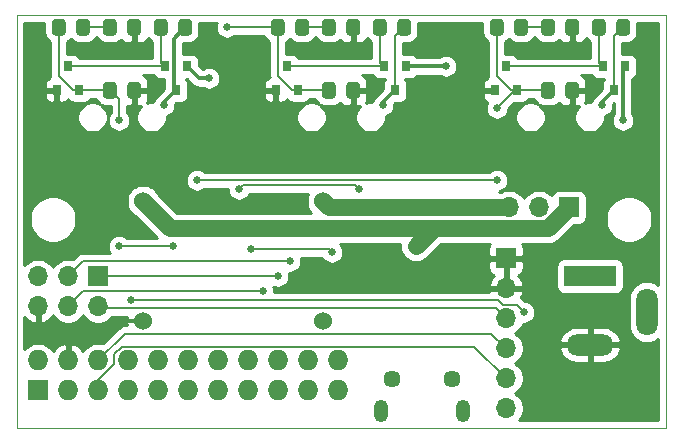
<source format=gbr>
%TF.GenerationSoftware,KiCad,Pcbnew,5.1.6-c6e7f7d~86~ubuntu18.04.1*%
%TF.CreationDate,2020-06-20T11:39:55+02:00*%
%TF.ProjectId,USB-Exp,5553422d-4578-4702-9e6b-696361645f70,1.0*%
%TF.SameCoordinates,Original*%
%TF.FileFunction,Copper,L2,Bot*%
%TF.FilePolarity,Positive*%
%FSLAX46Y46*%
G04 Gerber Fmt 4.6, Leading zero omitted, Abs format (unit mm)*
G04 Created by KiCad (PCBNEW 5.1.6-c6e7f7d~86~ubuntu18.04.1) date 2020-06-20 11:39:55*
%MOMM*%
%LPD*%
G01*
G04 APERTURE LIST*
%TA.AperFunction,Profile*%
%ADD10C,0.050000*%
%TD*%
%TA.AperFunction,ComponentPad*%
%ADD11C,1.524000*%
%TD*%
%TA.AperFunction,SMDPad,CuDef*%
%ADD12R,0.800000X0.900000*%
%TD*%
%TA.AperFunction,ComponentPad*%
%ADD13O,1.727200X1.727200*%
%TD*%
%TA.AperFunction,ComponentPad*%
%ADD14R,1.727200X1.727200*%
%TD*%
%TA.AperFunction,ComponentPad*%
%ADD15O,1.700000X1.700000*%
%TD*%
%TA.AperFunction,ComponentPad*%
%ADD16R,1.700000X1.700000*%
%TD*%
%TA.AperFunction,ComponentPad*%
%ADD17R,4.400000X1.800000*%
%TD*%
%TA.AperFunction,ComponentPad*%
%ADD18O,4.000000X1.800000*%
%TD*%
%TA.AperFunction,ComponentPad*%
%ADD19O,1.800000X4.000000*%
%TD*%
%TA.AperFunction,ComponentPad*%
%ADD20O,1.200000X1.900000*%
%TD*%
%TA.AperFunction,ComponentPad*%
%ADD21C,1.450000*%
%TD*%
%TA.AperFunction,ViaPad*%
%ADD22C,0.650000*%
%TD*%
%TA.AperFunction,Conductor*%
%ADD23C,0.160000*%
%TD*%
%TA.AperFunction,Conductor*%
%ADD24C,0.300000*%
%TD*%
%TA.AperFunction,Conductor*%
%ADD25C,1.400000*%
%TD*%
%TA.AperFunction,Conductor*%
%ADD26C,0.254000*%
%TD*%
G04 APERTURE END LIST*
D10*
X50000000Y-50000000D02*
X50000000Y-85000000D01*
X50000000Y-50000000D02*
X105000000Y-50000000D01*
X105000000Y-85000000D02*
X50000000Y-85000000D01*
X105000000Y-50000000D02*
X105000000Y-85000000D01*
D11*
%TO.P,U1,P$4*%
%TO.N,GND*%
X60706000Y-75946000D03*
%TO.P,U1,P$3*%
%TO.N,Vin*%
X60706000Y-65786000D03*
%TO.P,U1,P$2*%
%TO.N,Net-(JP1-Pad3)*%
X75946000Y-65786000D03*
%TO.P,U1,P$1*%
%TO.N,GND*%
X75946000Y-75946000D03*
%TD*%
%TO.P,R9,2*%
%TO.N,Net-(Q3-Pad3)*%
%TA.AperFunction,SMDPad,CuDef*%
G36*
G01*
X99880000Y-50603999D02*
X99880000Y-51504001D01*
G75*
G02*
X99630001Y-51754000I-249999J0D01*
G01*
X98979999Y-51754000D01*
G75*
G02*
X98730000Y-51504001I0J249999D01*
G01*
X98730000Y-50603999D01*
G75*
G02*
X98979999Y-50354000I249999J0D01*
G01*
X99630001Y-50354000D01*
G75*
G02*
X99880000Y-50603999I0J-249999D01*
G01*
G37*
%TD.AperFunction*%
%TO.P,R9,1*%
%TO.N,Net-(J5-Pad01)*%
%TA.AperFunction,SMDPad,CuDef*%
G36*
G01*
X101930000Y-50603999D02*
X101930000Y-51504001D01*
G75*
G02*
X101680001Y-51754000I-249999J0D01*
G01*
X101029999Y-51754000D01*
G75*
G02*
X100780000Y-51504001I0J249999D01*
G01*
X100780000Y-50603999D01*
G75*
G02*
X101029999Y-50354000I249999J0D01*
G01*
X101680001Y-50354000D01*
G75*
G02*
X101930000Y-50603999I0J-249999D01*
G01*
G37*
%TD.AperFunction*%
%TD*%
%TO.P,R8,2*%
%TO.N,Net-(Q2-Pad3)*%
%TA.AperFunction,SMDPad,CuDef*%
G36*
G01*
X81338000Y-50603999D02*
X81338000Y-51504001D01*
G75*
G02*
X81088001Y-51754000I-249999J0D01*
G01*
X80437999Y-51754000D01*
G75*
G02*
X80188000Y-51504001I0J249999D01*
G01*
X80188000Y-50603999D01*
G75*
G02*
X80437999Y-50354000I249999J0D01*
G01*
X81088001Y-50354000D01*
G75*
G02*
X81338000Y-50603999I0J-249999D01*
G01*
G37*
%TD.AperFunction*%
%TO.P,R8,1*%
%TO.N,Net-(J4-Pad01)*%
%TA.AperFunction,SMDPad,CuDef*%
G36*
G01*
X83388000Y-50603999D02*
X83388000Y-51504001D01*
G75*
G02*
X83138001Y-51754000I-249999J0D01*
G01*
X82487999Y-51754000D01*
G75*
G02*
X82238000Y-51504001I0J249999D01*
G01*
X82238000Y-50603999D01*
G75*
G02*
X82487999Y-50354000I249999J0D01*
G01*
X83138001Y-50354000D01*
G75*
G02*
X83388000Y-50603999I0J-249999D01*
G01*
G37*
%TD.AperFunction*%
%TD*%
%TO.P,R7,2*%
%TO.N,Net-(Q1-Pad3)*%
%TA.AperFunction,SMDPad,CuDef*%
G36*
G01*
X62796000Y-50603999D02*
X62796000Y-51504001D01*
G75*
G02*
X62546001Y-51754000I-249999J0D01*
G01*
X61895999Y-51754000D01*
G75*
G02*
X61646000Y-51504001I0J249999D01*
G01*
X61646000Y-50603999D01*
G75*
G02*
X61895999Y-50354000I249999J0D01*
G01*
X62546001Y-50354000D01*
G75*
G02*
X62796000Y-50603999I0J-249999D01*
G01*
G37*
%TD.AperFunction*%
%TO.P,R7,1*%
%TO.N,Net-(J3-Pad01)*%
%TA.AperFunction,SMDPad,CuDef*%
G36*
G01*
X64846000Y-50603999D02*
X64846000Y-51504001D01*
G75*
G02*
X64596001Y-51754000I-249999J0D01*
G01*
X63945999Y-51754000D01*
G75*
G02*
X63696000Y-51504001I0J249999D01*
G01*
X63696000Y-50603999D01*
G75*
G02*
X63945999Y-50354000I249999J0D01*
G01*
X64596001Y-50354000D01*
G75*
G02*
X64846000Y-50603999I0J-249999D01*
G01*
G37*
%TD.AperFunction*%
%TD*%
%TO.P,R6,2*%
%TO.N,Net-(D3-Pad2)*%
%TA.AperFunction,SMDPad,CuDef*%
G36*
G01*
X92135000Y-51504001D02*
X92135000Y-50603999D01*
G75*
G02*
X92384999Y-50354000I249999J0D01*
G01*
X93035001Y-50354000D01*
G75*
G02*
X93285000Y-50603999I0J-249999D01*
G01*
X93285000Y-51504001D01*
G75*
G02*
X93035001Y-51754000I-249999J0D01*
G01*
X92384999Y-51754000D01*
G75*
G02*
X92135000Y-51504001I0J249999D01*
G01*
G37*
%TD.AperFunction*%
%TO.P,R6,1*%
%TO.N,D3*%
%TA.AperFunction,SMDPad,CuDef*%
G36*
G01*
X90085000Y-51504001D02*
X90085000Y-50603999D01*
G75*
G02*
X90334999Y-50354000I249999J0D01*
G01*
X90985001Y-50354000D01*
G75*
G02*
X91235000Y-50603999I0J-249999D01*
G01*
X91235000Y-51504001D01*
G75*
G02*
X90985001Y-51754000I-249999J0D01*
G01*
X90334999Y-51754000D01*
G75*
G02*
X90085000Y-51504001I0J249999D01*
G01*
G37*
%TD.AperFunction*%
%TD*%
%TO.P,R5,2*%
%TO.N,Net-(D2-Pad2)*%
%TA.AperFunction,SMDPad,CuDef*%
G36*
G01*
X73602000Y-51504001D02*
X73602000Y-50603999D01*
G75*
G02*
X73851999Y-50354000I249999J0D01*
G01*
X74502001Y-50354000D01*
G75*
G02*
X74752000Y-50603999I0J-249999D01*
G01*
X74752000Y-51504001D01*
G75*
G02*
X74502001Y-51754000I-249999J0D01*
G01*
X73851999Y-51754000D01*
G75*
G02*
X73602000Y-51504001I0J249999D01*
G01*
G37*
%TD.AperFunction*%
%TO.P,R5,1*%
%TO.N,D6*%
%TA.AperFunction,SMDPad,CuDef*%
G36*
G01*
X71552000Y-51504001D02*
X71552000Y-50603999D01*
G75*
G02*
X71801999Y-50354000I249999J0D01*
G01*
X72452001Y-50354000D01*
G75*
G02*
X72702000Y-50603999I0J-249999D01*
G01*
X72702000Y-51504001D01*
G75*
G02*
X72452001Y-51754000I-249999J0D01*
G01*
X71801999Y-51754000D01*
G75*
G02*
X71552000Y-51504001I0J249999D01*
G01*
G37*
%TD.AperFunction*%
%TD*%
%TO.P,R4,2*%
%TO.N,Net-(D1-Pad2)*%
%TA.AperFunction,SMDPad,CuDef*%
G36*
G01*
X55051000Y-51504001D02*
X55051000Y-50603999D01*
G75*
G02*
X55300999Y-50354000I249999J0D01*
G01*
X55951001Y-50354000D01*
G75*
G02*
X56201000Y-50603999I0J-249999D01*
G01*
X56201000Y-51504001D01*
G75*
G02*
X55951001Y-51754000I-249999J0D01*
G01*
X55300999Y-51754000D01*
G75*
G02*
X55051000Y-51504001I0J249999D01*
G01*
G37*
%TD.AperFunction*%
%TO.P,R4,1*%
%TO.N,D5*%
%TA.AperFunction,SMDPad,CuDef*%
G36*
G01*
X53001000Y-51504001D02*
X53001000Y-50603999D01*
G75*
G02*
X53250999Y-50354000I249999J0D01*
G01*
X53901001Y-50354000D01*
G75*
G02*
X54151000Y-50603999I0J-249999D01*
G01*
X54151000Y-51504001D01*
G75*
G02*
X53901001Y-51754000I-249999J0D01*
G01*
X53250999Y-51754000D01*
G75*
G02*
X53001000Y-51504001I0J249999D01*
G01*
G37*
%TD.AperFunction*%
%TD*%
%TO.P,R3,2*%
%TO.N,GND*%
%TA.AperFunction,SMDPad,CuDef*%
G36*
G01*
X96462000Y-56838001D02*
X96462000Y-55937999D01*
G75*
G02*
X96711999Y-55688000I249999J0D01*
G01*
X97362001Y-55688000D01*
G75*
G02*
X97612000Y-55937999I0J-249999D01*
G01*
X97612000Y-56838001D01*
G75*
G02*
X97362001Y-57088000I-249999J0D01*
G01*
X96711999Y-57088000D01*
G75*
G02*
X96462000Y-56838001I0J249999D01*
G01*
G37*
%TD.AperFunction*%
%TO.P,R3,1*%
%TO.N,D3*%
%TA.AperFunction,SMDPad,CuDef*%
G36*
G01*
X94412000Y-56838001D02*
X94412000Y-55937999D01*
G75*
G02*
X94661999Y-55688000I249999J0D01*
G01*
X95312001Y-55688000D01*
G75*
G02*
X95562000Y-55937999I0J-249999D01*
G01*
X95562000Y-56838001D01*
G75*
G02*
X95312001Y-57088000I-249999J0D01*
G01*
X94661999Y-57088000D01*
G75*
G02*
X94412000Y-56838001I0J249999D01*
G01*
G37*
%TD.AperFunction*%
%TD*%
%TO.P,R2,2*%
%TO.N,GND*%
%TA.AperFunction,SMDPad,CuDef*%
G36*
G01*
X77920000Y-56838001D02*
X77920000Y-55937999D01*
G75*
G02*
X78169999Y-55688000I249999J0D01*
G01*
X78820001Y-55688000D01*
G75*
G02*
X79070000Y-55937999I0J-249999D01*
G01*
X79070000Y-56838001D01*
G75*
G02*
X78820001Y-57088000I-249999J0D01*
G01*
X78169999Y-57088000D01*
G75*
G02*
X77920000Y-56838001I0J249999D01*
G01*
G37*
%TD.AperFunction*%
%TO.P,R2,1*%
%TO.N,D6*%
%TA.AperFunction,SMDPad,CuDef*%
G36*
G01*
X75870000Y-56838001D02*
X75870000Y-55937999D01*
G75*
G02*
X76119999Y-55688000I249999J0D01*
G01*
X76770001Y-55688000D01*
G75*
G02*
X77020000Y-55937999I0J-249999D01*
G01*
X77020000Y-56838001D01*
G75*
G02*
X76770001Y-57088000I-249999J0D01*
G01*
X76119999Y-57088000D01*
G75*
G02*
X75870000Y-56838001I0J249999D01*
G01*
G37*
%TD.AperFunction*%
%TD*%
%TO.P,R1,2*%
%TO.N,GND*%
%TA.AperFunction,SMDPad,CuDef*%
G36*
G01*
X59378000Y-56838001D02*
X59378000Y-55937999D01*
G75*
G02*
X59627999Y-55688000I249999J0D01*
G01*
X60278001Y-55688000D01*
G75*
G02*
X60528000Y-55937999I0J-249999D01*
G01*
X60528000Y-56838001D01*
G75*
G02*
X60278001Y-57088000I-249999J0D01*
G01*
X59627999Y-57088000D01*
G75*
G02*
X59378000Y-56838001I0J249999D01*
G01*
G37*
%TD.AperFunction*%
%TO.P,R1,1*%
%TO.N,D5*%
%TA.AperFunction,SMDPad,CuDef*%
G36*
G01*
X57328000Y-56838001D02*
X57328000Y-55937999D01*
G75*
G02*
X57577999Y-55688000I249999J0D01*
G01*
X58228001Y-55688000D01*
G75*
G02*
X58478000Y-55937999I0J-249999D01*
G01*
X58478000Y-56838001D01*
G75*
G02*
X58228001Y-57088000I-249999J0D01*
G01*
X57577999Y-57088000D01*
G75*
G02*
X57328000Y-56838001I0J249999D01*
G01*
G37*
%TD.AperFunction*%
%TD*%
D12*
%TO.P,Q6,3*%
%TO.N,Net-(J5-Pad01)*%
X100584000Y-56372000D03*
%TO.P,Q6,2*%
%TO.N,Vin*%
X101534000Y-54372000D03*
%TO.P,Q6,1*%
%TO.N,Net-(Q3-Pad3)*%
X99634000Y-54372000D03*
%TD*%
%TO.P,Q5,3*%
%TO.N,Net-(J4-Pad01)*%
X82042000Y-56372000D03*
%TO.P,Q5,2*%
%TO.N,Vin*%
X82992000Y-54372000D03*
%TO.P,Q5,1*%
%TO.N,Net-(Q2-Pad3)*%
X81092000Y-54372000D03*
%TD*%
%TO.P,Q4,3*%
%TO.N,Net-(J3-Pad01)*%
X63500000Y-56372000D03*
%TO.P,Q4,2*%
%TO.N,Vin*%
X64450000Y-54372000D03*
%TO.P,Q4,1*%
%TO.N,Net-(Q1-Pad3)*%
X62550000Y-54372000D03*
%TD*%
%TO.P,Q3,3*%
%TO.N,Net-(Q3-Pad3)*%
X91440000Y-54372000D03*
%TO.P,Q3,2*%
%TO.N,GND*%
X90490000Y-56372000D03*
%TO.P,Q3,1*%
%TO.N,D3*%
X92390000Y-56372000D03*
%TD*%
%TO.P,Q2,3*%
%TO.N,Net-(Q2-Pad3)*%
X72898000Y-54372000D03*
%TO.P,Q2,2*%
%TO.N,GND*%
X71948000Y-56372000D03*
%TO.P,Q2,1*%
%TO.N,D6*%
X73848000Y-56372000D03*
%TD*%
%TO.P,Q1,3*%
%TO.N,Net-(Q1-Pad3)*%
X54356000Y-54372000D03*
%TO.P,Q1,2*%
%TO.N,GND*%
X53406000Y-56372000D03*
%TO.P,Q1,1*%
%TO.N,D5*%
X55306000Y-56372000D03*
%TD*%
D13*
%TO.P,P1,22*%
%TO.N,A3*%
X77216000Y-79248000D03*
%TO.P,P1,21*%
%TO.N,Net-(P1-Pad21)*%
X77216000Y-81788000D03*
%TO.P,P1,8*%
%TO.N,DTR*%
X59436000Y-79248000D03*
%TO.P,P1,7*%
%TO.N,RESET*%
X59436000Y-81788000D03*
%TO.P,P1,6*%
%TO.N,D0-RXD*%
X56896000Y-79248000D03*
%TO.P,P1,5*%
%TO.N,D1-TXD*%
X56896000Y-81788000D03*
%TO.P,P1,4*%
%TO.N,GND*%
X54356000Y-79248000D03*
%TO.P,P1,3*%
%TO.N,VCC*%
X54356000Y-81788000D03*
%TO.P,P1,2*%
%TO.N,Net-(P1-Pad2)*%
X51816000Y-79248000D03*
D14*
%TO.P,P1,1*%
%TO.N,Vin*%
X51816000Y-81788000D03*
D13*
%TO.P,P1,9*%
%TO.N,Net-(P1-Pad9)*%
X61976000Y-81788000D03*
%TO.P,P1,10*%
%TO.N,D3*%
X61976000Y-79248000D03*
%TO.P,P1,11*%
%TO.N,D5*%
X64516000Y-81788000D03*
%TO.P,P1,12*%
%TO.N,D6*%
X64516000Y-79248000D03*
%TO.P,P1,13*%
%TO.N,A5-SCL*%
X67056000Y-81788000D03*
%TO.P,P1,14*%
%TO.N,A4-SDA*%
X67056000Y-79248000D03*
%TO.P,P1,15*%
%TO.N,Net-(P1-Pad15)*%
X69596000Y-81788000D03*
%TO.P,P1,16*%
%TO.N,Net-(P1-Pad16)*%
X69596000Y-79248000D03*
%TO.P,P1,17*%
%TO.N,MOSI*%
X72136000Y-81788000D03*
%TO.P,P1,18*%
%TO.N,MISO*%
X72136000Y-79248000D03*
%TO.P,P1,19*%
%TO.N,SCK*%
X74676000Y-81788000D03*
%TO.P,P1,20*%
%TO.N,Net-(P1-Pad20)*%
X74676000Y-79248000D03*
%TD*%
D15*
%TO.P,JP1,3*%
%TO.N,Net-(JP1-Pad3)*%
X91694000Y-66294000D03*
%TO.P,JP1,2*%
%TO.N,Net-(J2-Pad1)*%
X94234000Y-66294000D03*
D16*
%TO.P,JP1,1*%
%TO.N,Vin*%
X96774000Y-66294000D03*
%TD*%
D15*
%TO.P,J7,6*%
%TO.N,DTR*%
X91440000Y-83312000D03*
%TO.P,J7,5*%
%TO.N,D1-TXD*%
X91440000Y-80772000D03*
%TO.P,J7,4*%
%TO.N,D0-RXD*%
X91440000Y-78232000D03*
%TO.P,J7,3*%
%TO.N,VCC*%
X91440000Y-75692000D03*
%TO.P,J7,2*%
%TO.N,GND*%
X91440000Y-73152000D03*
D16*
%TO.P,J7,1*%
X91440000Y-70612000D03*
%TD*%
D15*
%TO.P,J6,6*%
%TO.N,GND*%
X51816000Y-74676000D03*
%TO.P,J6,5*%
%TO.N,RESET*%
X51816000Y-72136000D03*
%TO.P,J6,4*%
%TO.N,MOSI*%
X54356000Y-74676000D03*
%TO.P,J6,3*%
%TO.N,SCK*%
X54356000Y-72136000D03*
%TO.P,J6,2*%
%TO.N,VCC*%
X56896000Y-74676000D03*
D16*
%TO.P,J6,1*%
%TO.N,MISO*%
X56896000Y-72136000D03*
%TD*%
D17*
%TO.P,J2,1*%
%TO.N,Net-(J2-Pad1)*%
X98552000Y-72136000D03*
D18*
%TO.P,J2,2*%
%TO.N,GND*%
X98552000Y-77936000D03*
D19*
%TO.P,J2,3*%
%TO.N,N/C*%
X103352000Y-75136000D03*
%TD*%
D20*
%TO.P,J1,6*%
%TO.N,Net-(J1-Pad6)*%
X87828000Y-83533500D03*
X80828000Y-83533500D03*
D21*
X86828000Y-80833500D03*
X81828000Y-80833500D03*
%TD*%
%TO.P,D3,2*%
%TO.N,Net-(D3-Pad2)*%
%TA.AperFunction,SMDPad,CuDef*%
G36*
G01*
X95571000Y-50603999D02*
X95571000Y-51504001D01*
G75*
G02*
X95321001Y-51754000I-249999J0D01*
G01*
X94670999Y-51754000D01*
G75*
G02*
X94421000Y-51504001I0J249999D01*
G01*
X94421000Y-50603999D01*
G75*
G02*
X94670999Y-50354000I249999J0D01*
G01*
X95321001Y-50354000D01*
G75*
G02*
X95571000Y-50603999I0J-249999D01*
G01*
G37*
%TD.AperFunction*%
%TO.P,D3,1*%
%TO.N,GND*%
%TA.AperFunction,SMDPad,CuDef*%
G36*
G01*
X97621000Y-50603999D02*
X97621000Y-51504001D01*
G75*
G02*
X97371001Y-51754000I-249999J0D01*
G01*
X96720999Y-51754000D01*
G75*
G02*
X96471000Y-51504001I0J249999D01*
G01*
X96471000Y-50603999D01*
G75*
G02*
X96720999Y-50354000I249999J0D01*
G01*
X97371001Y-50354000D01*
G75*
G02*
X97621000Y-50603999I0J-249999D01*
G01*
G37*
%TD.AperFunction*%
%TD*%
%TO.P,D2,2*%
%TO.N,Net-(D2-Pad2)*%
%TA.AperFunction,SMDPad,CuDef*%
G36*
G01*
X77020000Y-50603999D02*
X77020000Y-51504001D01*
G75*
G02*
X76770001Y-51754000I-249999J0D01*
G01*
X76119999Y-51754000D01*
G75*
G02*
X75870000Y-51504001I0J249999D01*
G01*
X75870000Y-50603999D01*
G75*
G02*
X76119999Y-50354000I249999J0D01*
G01*
X76770001Y-50354000D01*
G75*
G02*
X77020000Y-50603999I0J-249999D01*
G01*
G37*
%TD.AperFunction*%
%TO.P,D2,1*%
%TO.N,GND*%
%TA.AperFunction,SMDPad,CuDef*%
G36*
G01*
X79070000Y-50603999D02*
X79070000Y-51504001D01*
G75*
G02*
X78820001Y-51754000I-249999J0D01*
G01*
X78169999Y-51754000D01*
G75*
G02*
X77920000Y-51504001I0J249999D01*
G01*
X77920000Y-50603999D01*
G75*
G02*
X78169999Y-50354000I249999J0D01*
G01*
X78820001Y-50354000D01*
G75*
G02*
X79070000Y-50603999I0J-249999D01*
G01*
G37*
%TD.AperFunction*%
%TD*%
%TO.P,D1,2*%
%TO.N,Net-(D1-Pad2)*%
%TA.AperFunction,SMDPad,CuDef*%
G36*
G01*
X58469000Y-50603999D02*
X58469000Y-51504001D01*
G75*
G02*
X58219001Y-51754000I-249999J0D01*
G01*
X57568999Y-51754000D01*
G75*
G02*
X57319000Y-51504001I0J249999D01*
G01*
X57319000Y-50603999D01*
G75*
G02*
X57568999Y-50354000I249999J0D01*
G01*
X58219001Y-50354000D01*
G75*
G02*
X58469000Y-50603999I0J-249999D01*
G01*
G37*
%TD.AperFunction*%
%TO.P,D1,1*%
%TO.N,GND*%
%TA.AperFunction,SMDPad,CuDef*%
G36*
G01*
X60519000Y-50603999D02*
X60519000Y-51504001D01*
G75*
G02*
X60269001Y-51754000I-249999J0D01*
G01*
X59618999Y-51754000D01*
G75*
G02*
X59369000Y-51504001I0J249999D01*
G01*
X59369000Y-50603999D01*
G75*
G02*
X59618999Y-50354000I249999J0D01*
G01*
X60269001Y-50354000D01*
G75*
G02*
X60519000Y-50603999I0J-249999D01*
G01*
G37*
%TD.AperFunction*%
%TD*%
D22*
%TO.N,GND*%
X78486000Y-53086000D03*
X78486000Y-58928000D03*
X59944000Y-53086000D03*
X59944000Y-58674000D03*
X97028000Y-52832000D03*
X97028000Y-58420000D03*
%TO.N,Vin*%
X83820000Y-69596000D03*
X84582000Y-68834000D03*
X85344000Y-68072000D03*
X101346000Y-58928000D03*
X86360000Y-54356000D03*
X66294000Y-55372000D03*
%TO.N,Net-(J3-Pad01)*%
X62484000Y-57658000D03*
%TO.N,Net-(J4-Pad01)*%
X81026000Y-57658000D03*
%TO.N,Net-(J5-Pad01)*%
X99568000Y-57658000D03*
%TO.N,MOSI*%
X70866000Y-73406000D03*
%TO.N,SCK*%
X73152000Y-70866000D03*
%TO.N,MISO*%
X72136000Y-72136000D03*
%TO.N,DTR*%
X59690000Y-74168000D03*
X92964000Y-75184000D03*
%TO.N,D3*%
X65278000Y-64008000D03*
X90678000Y-64008000D03*
X90678000Y-57912000D03*
%TO.N,D5*%
X58674000Y-58928000D03*
X63246000Y-69596000D03*
X58674000Y-69596000D03*
%TO.N,D6*%
X67818000Y-51054000D03*
%TO.N,A5-SCL*%
X69850000Y-69850000D03*
X76708000Y-70104000D03*
%TO.N,A4-SDA*%
X68834000Y-64770000D03*
X78994000Y-64770000D03*
%TD*%
D23*
%TO.N,Net-(D1-Pad2)*%
X55626000Y-51054000D02*
X57894000Y-51054000D01*
D24*
%TO.N,GND*%
X60706000Y-75946000D02*
X58674000Y-75946000D01*
X78495000Y-51054000D02*
X78495000Y-53077000D01*
X78495000Y-53077000D02*
X78486000Y-53086000D01*
X59944000Y-51054000D02*
X59944000Y-53086000D01*
X97046000Y-51054000D02*
X97046000Y-52814000D01*
X97046000Y-52814000D02*
X97028000Y-52832000D01*
D23*
%TO.N,Net-(D2-Pad2)*%
X74177000Y-51054000D02*
X76445000Y-51054000D01*
%TO.N,Net-(D3-Pad2)*%
X92710000Y-51054000D02*
X94996000Y-51054000D01*
D25*
%TO.N,Vin*%
X85371999Y-68044001D02*
X83820000Y-69596000D01*
X96774000Y-66294000D02*
X95023999Y-68044001D01*
X95023999Y-68044001D02*
X85371999Y-68044001D01*
D24*
X101346000Y-54560000D02*
X101534000Y-54372000D01*
X101346000Y-58928000D02*
X101346000Y-54560000D01*
X83008000Y-54356000D02*
X82992000Y-54372000D01*
X86360000Y-54356000D02*
X83008000Y-54356000D01*
D25*
X62992000Y-68072000D02*
X85344000Y-68072000D01*
X60706000Y-65786000D02*
X62992000Y-68072000D01*
D24*
X64770000Y-54692000D02*
X64450000Y-54372000D01*
X65450000Y-55372000D02*
X64450000Y-54372000D01*
X66294000Y-55372000D02*
X65450000Y-55372000D01*
%TO.N,Net-(J3-Pad01)*%
X62484000Y-57388000D02*
X63500000Y-56372000D01*
X62484000Y-57658000D02*
X62484000Y-57388000D01*
X63300001Y-56172001D02*
X63500000Y-56372000D01*
X63300001Y-52024999D02*
X63300001Y-56172001D01*
X64271000Y-51054000D02*
X63300001Y-52024999D01*
%TO.N,Net-(J4-Pad01)*%
X81026000Y-57388000D02*
X82042000Y-56372000D01*
X81026000Y-57658000D02*
X81026000Y-57388000D01*
D23*
X82042000Y-51825000D02*
X82813000Y-51054000D01*
X82042000Y-56372000D02*
X82042000Y-51825000D01*
D24*
%TO.N,Net-(J5-Pad01)*%
X99568000Y-57388000D02*
X100584000Y-56372000D01*
X99568000Y-57658000D02*
X99568000Y-57388000D01*
D23*
X100584000Y-51825000D02*
X101355000Y-51054000D01*
X100584000Y-56372000D02*
X100584000Y-51825000D01*
%TO.N,MOSI*%
X54356000Y-74676000D02*
X55626000Y-73406000D01*
X55626000Y-73406000D02*
X70866000Y-73406000D01*
%TO.N,SCK*%
X54356000Y-72136000D02*
X55626000Y-70866000D01*
X55626000Y-70866000D02*
X73152000Y-70866000D01*
%TO.N,VCC*%
X57062001Y-74842001D02*
X56896000Y-74676000D01*
X90590001Y-74842001D02*
X57062001Y-74842001D01*
X91440000Y-75692000D02*
X90590001Y-74842001D01*
%TO.N,MISO*%
X56896000Y-72136000D02*
X72136000Y-72136000D01*
%TO.N,DTR*%
X91177597Y-74561999D02*
X92341999Y-74561999D01*
X90783598Y-74168000D02*
X91177597Y-74561999D01*
X92341999Y-74561999D02*
X92964000Y-75184000D01*
X59690000Y-74168000D02*
X90783598Y-74168000D01*
%TO.N,D0-RXD*%
X59155999Y-76988001D02*
X56896000Y-79248000D01*
X90196001Y-76988001D02*
X59155999Y-76988001D01*
X91440000Y-78232000D02*
X90196001Y-76988001D01*
%TO.N,D1-TXD*%
X88772399Y-78104399D02*
X91440000Y-80772000D01*
X58887071Y-78104399D02*
X88772399Y-78104399D01*
X58292399Y-78699071D02*
X58887071Y-78104399D01*
X58292399Y-79544131D02*
X58292399Y-78699071D01*
X56896000Y-80940530D02*
X58292399Y-79544131D01*
X56896000Y-81788000D02*
X56896000Y-80940530D01*
D25*
%TO.N,Net-(JP1-Pad3)*%
X76454000Y-66294000D02*
X75946000Y-65786000D01*
X91694000Y-66294000D02*
X76454000Y-66294000D01*
D23*
%TO.N,D3*%
X94971000Y-56372000D02*
X94987000Y-56388000D01*
X92390000Y-56372000D02*
X94971000Y-56372000D01*
X90660000Y-55202000D02*
X90660000Y-51054000D01*
X91830000Y-56372000D02*
X90660000Y-55202000D01*
X92390000Y-56372000D02*
X91830000Y-56372000D01*
X65278000Y-64008000D02*
X90678000Y-64008000D01*
X92218000Y-56372000D02*
X92390000Y-56372000D01*
X90678000Y-57912000D02*
X92218000Y-56372000D01*
%TO.N,D5*%
X53576000Y-55187998D02*
X54760002Y-56372000D01*
X54760002Y-56372000D02*
X55306000Y-56372000D01*
X53576000Y-51054000D02*
X53576000Y-55187998D01*
X57887000Y-56372000D02*
X57903000Y-56388000D01*
X55306000Y-56372000D02*
X57887000Y-56372000D01*
X58674000Y-57159000D02*
X57903000Y-56388000D01*
X58674000Y-58928000D02*
X58674000Y-57159000D01*
X63246000Y-69596000D02*
X58674000Y-69596000D01*
%TO.N,D6*%
X73288000Y-56372000D02*
X72127000Y-55211000D01*
X72127000Y-55211000D02*
X72127000Y-51054000D01*
X73848000Y-56372000D02*
X73288000Y-56372000D01*
X76429000Y-56372000D02*
X76445000Y-56388000D01*
X73848000Y-56372000D02*
X76429000Y-56372000D01*
X67818000Y-51054000D02*
X72127000Y-51054000D01*
%TO.N,A5-SCL*%
X69850000Y-69850000D02*
X76454000Y-69850000D01*
X76454000Y-69850000D02*
X76708000Y-70104000D01*
%TO.N,A4-SDA*%
X78669001Y-64445001D02*
X78994000Y-64770000D01*
X68834000Y-64770000D02*
X69158999Y-64445001D01*
X69158999Y-64445001D02*
X78669001Y-64445001D01*
%TO.N,Net-(Q1-Pad3)*%
X62221000Y-54043000D02*
X62550000Y-54372000D01*
X62221000Y-51054000D02*
X62221000Y-54043000D01*
X54356000Y-54372000D02*
X62550000Y-54372000D01*
%TO.N,Net-(Q2-Pad3)*%
X80763000Y-54043000D02*
X81092000Y-54372000D01*
X80763000Y-51054000D02*
X80763000Y-54043000D01*
X72898000Y-54372000D02*
X81092000Y-54372000D01*
%TO.N,Net-(Q3-Pad3)*%
X99305000Y-54043000D02*
X99634000Y-54372000D01*
X99305000Y-51054000D02*
X99305000Y-54043000D01*
X91440000Y-54372000D02*
X99634000Y-54372000D01*
%TD*%
D26*
%TO.N,GND*%
G36*
X52362928Y-51504001D02*
G01*
X52379992Y-51677255D01*
X52430528Y-51843851D01*
X52512595Y-51997387D01*
X52623038Y-52131962D01*
X52757613Y-52242405D01*
X52861000Y-52297667D01*
X52861001Y-55152878D01*
X52857542Y-55187998D01*
X52861001Y-55223118D01*
X52868584Y-55300111D01*
X52761820Y-55332498D01*
X52651506Y-55391463D01*
X52554815Y-55470815D01*
X52475463Y-55567506D01*
X52416498Y-55677820D01*
X52380188Y-55797518D01*
X52367928Y-55922000D01*
X52371000Y-56086250D01*
X52529750Y-56245000D01*
X53279000Y-56245000D01*
X53279000Y-56225000D01*
X53533000Y-56225000D01*
X53533000Y-56245000D01*
X53553000Y-56245000D01*
X53553000Y-56499000D01*
X53533000Y-56499000D01*
X53533000Y-57298250D01*
X53691750Y-57457000D01*
X53806000Y-57460072D01*
X53930482Y-57447812D01*
X54050180Y-57411502D01*
X54160494Y-57352537D01*
X54257185Y-57273185D01*
X54336537Y-57176494D01*
X54356000Y-57140082D01*
X54375463Y-57176494D01*
X54454815Y-57273185D01*
X54551506Y-57352537D01*
X54661820Y-57411502D01*
X54781518Y-57447812D01*
X54906000Y-57460072D01*
X55706000Y-57460072D01*
X55830482Y-57447812D01*
X55950180Y-57411502D01*
X56060494Y-57352537D01*
X56157185Y-57273185D01*
X56236537Y-57176494D01*
X56284373Y-57087000D01*
X56729969Y-57087000D01*
X56757528Y-57177851D01*
X56839595Y-57331387D01*
X56950038Y-57465962D01*
X57032206Y-57533395D01*
X56802821Y-57438381D01*
X56554561Y-57389000D01*
X56301439Y-57389000D01*
X56053179Y-57438381D01*
X55819324Y-57535247D01*
X55608860Y-57675875D01*
X55429875Y-57854860D01*
X55289247Y-58065324D01*
X55192381Y-58299179D01*
X55143000Y-58547439D01*
X55143000Y-58800561D01*
X55192381Y-59048821D01*
X55289247Y-59282676D01*
X55429875Y-59493140D01*
X55608860Y-59672125D01*
X55819324Y-59812753D01*
X56053179Y-59909619D01*
X56301439Y-59959000D01*
X56554561Y-59959000D01*
X56802821Y-59909619D01*
X57036676Y-59812753D01*
X57247140Y-59672125D01*
X57426125Y-59493140D01*
X57566753Y-59282676D01*
X57663619Y-59048821D01*
X57713000Y-58800561D01*
X57713000Y-58547439D01*
X57663619Y-58299179D01*
X57566753Y-58065324D01*
X57426125Y-57854860D01*
X57247140Y-57675875D01*
X57152897Y-57612904D01*
X57238149Y-57658472D01*
X57404745Y-57709008D01*
X57577999Y-57726072D01*
X57959001Y-57726072D01*
X57959000Y-58285355D01*
X57928319Y-58316036D01*
X57823259Y-58473269D01*
X57750892Y-58647978D01*
X57714000Y-58833448D01*
X57714000Y-59022552D01*
X57750892Y-59208022D01*
X57823259Y-59382731D01*
X57928319Y-59539964D01*
X58062036Y-59673681D01*
X58219269Y-59778741D01*
X58393978Y-59851108D01*
X58579448Y-59888000D01*
X58768552Y-59888000D01*
X58954022Y-59851108D01*
X59128731Y-59778741D01*
X59285964Y-59673681D01*
X59419681Y-59539964D01*
X59524741Y-59382731D01*
X59597108Y-59208022D01*
X59634000Y-59022552D01*
X59634000Y-58833448D01*
X59597108Y-58647978D01*
X59524741Y-58473269D01*
X59419681Y-58316036D01*
X59389000Y-58285355D01*
X59389000Y-57725955D01*
X59667250Y-57723000D01*
X59826000Y-57564250D01*
X59826000Y-56515000D01*
X59806000Y-56515000D01*
X59806000Y-56261000D01*
X59826000Y-56261000D01*
X59826000Y-56241000D01*
X60080000Y-56241000D01*
X60080000Y-56261000D01*
X61004250Y-56261000D01*
X61163000Y-56102250D01*
X61166072Y-55688000D01*
X61153812Y-55563518D01*
X61117502Y-55443820D01*
X61058537Y-55333506D01*
X60979185Y-55236815D01*
X60882494Y-55157463D01*
X60772180Y-55098498D01*
X60734276Y-55087000D01*
X61571627Y-55087000D01*
X61619463Y-55176494D01*
X61698815Y-55273185D01*
X61795506Y-55352537D01*
X61905820Y-55411502D01*
X62025518Y-55447812D01*
X62150000Y-55460072D01*
X62515002Y-55460072D01*
X62515002Y-55669394D01*
X62510498Y-55677820D01*
X62474188Y-55797518D01*
X62461928Y-55922000D01*
X62461928Y-56299914D01*
X61956188Y-56805655D01*
X61926236Y-56830236D01*
X61828138Y-56949767D01*
X61820732Y-56963623D01*
X61738319Y-57046036D01*
X61633259Y-57203269D01*
X61560892Y-57377978D01*
X61558542Y-57389792D01*
X61554561Y-57389000D01*
X61301439Y-57389000D01*
X61061634Y-57436699D01*
X61117502Y-57332180D01*
X61153812Y-57212482D01*
X61166072Y-57088000D01*
X61163000Y-56673750D01*
X61004250Y-56515000D01*
X60080000Y-56515000D01*
X60080000Y-57564250D01*
X60238750Y-57723000D01*
X60528000Y-57726072D01*
X60562013Y-57722722D01*
X60429875Y-57854860D01*
X60289247Y-58065324D01*
X60192381Y-58299179D01*
X60143000Y-58547439D01*
X60143000Y-58800561D01*
X60192381Y-59048821D01*
X60289247Y-59282676D01*
X60429875Y-59493140D01*
X60608860Y-59672125D01*
X60819324Y-59812753D01*
X61053179Y-59909619D01*
X61301439Y-59959000D01*
X61554561Y-59959000D01*
X61802821Y-59909619D01*
X62036676Y-59812753D01*
X62247140Y-59672125D01*
X62426125Y-59493140D01*
X62566753Y-59282676D01*
X62663619Y-59048821D01*
X62713000Y-58800561D01*
X62713000Y-58591257D01*
X62764022Y-58581108D01*
X62938731Y-58508741D01*
X63095964Y-58403681D01*
X63229681Y-58269964D01*
X63334741Y-58112731D01*
X63407108Y-57938022D01*
X63444000Y-57752552D01*
X63444000Y-57563448D01*
X63439804Y-57542353D01*
X63522085Y-57460072D01*
X63900000Y-57460072D01*
X64024482Y-57447812D01*
X64144180Y-57411502D01*
X64254494Y-57352537D01*
X64351185Y-57273185D01*
X64430537Y-57176494D01*
X64489502Y-57066180D01*
X64525812Y-56946482D01*
X64538072Y-56822000D01*
X70909928Y-56822000D01*
X70922188Y-56946482D01*
X70958498Y-57066180D01*
X71017463Y-57176494D01*
X71096815Y-57273185D01*
X71193506Y-57352537D01*
X71303820Y-57411502D01*
X71423518Y-57447812D01*
X71548000Y-57460072D01*
X71662250Y-57457000D01*
X71821000Y-57298250D01*
X71821000Y-56499000D01*
X71071750Y-56499000D01*
X70913000Y-56657750D01*
X70909928Y-56822000D01*
X64538072Y-56822000D01*
X64538072Y-55922000D01*
X64525812Y-55797518D01*
X64489502Y-55677820D01*
X64430537Y-55567506D01*
X64351185Y-55470815D01*
X64338095Y-55460072D01*
X64427915Y-55460072D01*
X64867653Y-55899810D01*
X64892236Y-55929764D01*
X65011767Y-56027862D01*
X65121005Y-56086250D01*
X65148140Y-56100754D01*
X65296113Y-56145642D01*
X65371026Y-56153020D01*
X65411439Y-56157000D01*
X65411444Y-56157000D01*
X65450000Y-56160797D01*
X65488556Y-56157000D01*
X65740881Y-56157000D01*
X65839269Y-56222741D01*
X66013978Y-56295108D01*
X66199448Y-56332000D01*
X66388552Y-56332000D01*
X66574022Y-56295108D01*
X66748731Y-56222741D01*
X66905964Y-56117681D01*
X67039681Y-55983964D01*
X67144741Y-55826731D01*
X67217108Y-55652022D01*
X67254000Y-55466552D01*
X67254000Y-55277448D01*
X67217108Y-55091978D01*
X67144741Y-54917269D01*
X67039681Y-54760036D01*
X66905964Y-54626319D01*
X66748731Y-54521259D01*
X66574022Y-54448892D01*
X66388552Y-54412000D01*
X66199448Y-54412000D01*
X66013978Y-54448892D01*
X65839269Y-54521259D01*
X65761428Y-54573271D01*
X65488072Y-54299915D01*
X65488072Y-53922000D01*
X65475812Y-53797518D01*
X65439502Y-53677820D01*
X65380537Y-53567506D01*
X65301185Y-53470815D01*
X65204494Y-53391463D01*
X65094180Y-53332498D01*
X64974482Y-53296188D01*
X64850000Y-53283928D01*
X64085001Y-53283928D01*
X64085001Y-52392072D01*
X64596001Y-52392072D01*
X64769255Y-52375008D01*
X64935851Y-52324472D01*
X65089387Y-52242405D01*
X65223962Y-52131962D01*
X65334405Y-51997387D01*
X65416472Y-51843851D01*
X65467008Y-51677255D01*
X65484072Y-51504001D01*
X65484072Y-50660000D01*
X66942103Y-50660000D01*
X66894892Y-50773978D01*
X66858000Y-50959448D01*
X66858000Y-51148552D01*
X66894892Y-51334022D01*
X66967259Y-51508731D01*
X67072319Y-51665964D01*
X67206036Y-51799681D01*
X67363269Y-51904741D01*
X67537978Y-51977108D01*
X67723448Y-52014000D01*
X67912552Y-52014000D01*
X68098022Y-51977108D01*
X68272731Y-51904741D01*
X68429964Y-51799681D01*
X68460645Y-51769000D01*
X70958822Y-51769000D01*
X70981528Y-51843851D01*
X71063595Y-51997387D01*
X71174038Y-52131962D01*
X71308613Y-52242405D01*
X71412001Y-52297667D01*
X71412000Y-55175890D01*
X71408542Y-55211000D01*
X71412000Y-55246110D01*
X71412000Y-55246119D01*
X71417122Y-55298128D01*
X71303820Y-55332498D01*
X71193506Y-55391463D01*
X71096815Y-55470815D01*
X71017463Y-55567506D01*
X70958498Y-55677820D01*
X70922188Y-55797518D01*
X70909928Y-55922000D01*
X70913000Y-56086250D01*
X71071750Y-56245000D01*
X71821000Y-56245000D01*
X71821000Y-56225000D01*
X72075000Y-56225000D01*
X72075000Y-56245000D01*
X72095000Y-56245000D01*
X72095000Y-56499000D01*
X72075000Y-56499000D01*
X72075000Y-57298250D01*
X72233750Y-57457000D01*
X72348000Y-57460072D01*
X72472482Y-57447812D01*
X72592180Y-57411502D01*
X72702494Y-57352537D01*
X72799185Y-57273185D01*
X72878537Y-57176494D01*
X72898000Y-57140082D01*
X72917463Y-57176494D01*
X72996815Y-57273185D01*
X73093506Y-57352537D01*
X73203820Y-57411502D01*
X73323518Y-57447812D01*
X73448000Y-57460072D01*
X74248000Y-57460072D01*
X74372482Y-57447812D01*
X74492180Y-57411502D01*
X74602494Y-57352537D01*
X74699185Y-57273185D01*
X74778537Y-57176494D01*
X74826373Y-57087000D01*
X75271969Y-57087000D01*
X75299528Y-57177851D01*
X75381595Y-57331387D01*
X75492038Y-57465962D01*
X75574206Y-57533395D01*
X75344821Y-57438381D01*
X75096561Y-57389000D01*
X74843439Y-57389000D01*
X74595179Y-57438381D01*
X74361324Y-57535247D01*
X74150860Y-57675875D01*
X73971875Y-57854860D01*
X73831247Y-58065324D01*
X73734381Y-58299179D01*
X73685000Y-58547439D01*
X73685000Y-58800561D01*
X73734381Y-59048821D01*
X73831247Y-59282676D01*
X73971875Y-59493140D01*
X74150860Y-59672125D01*
X74361324Y-59812753D01*
X74595179Y-59909619D01*
X74843439Y-59959000D01*
X75096561Y-59959000D01*
X75344821Y-59909619D01*
X75578676Y-59812753D01*
X75789140Y-59672125D01*
X75968125Y-59493140D01*
X76108753Y-59282676D01*
X76205619Y-59048821D01*
X76255000Y-58800561D01*
X76255000Y-58547439D01*
X76205619Y-58299179D01*
X76108753Y-58065324D01*
X75968125Y-57854860D01*
X75789140Y-57675875D01*
X75694897Y-57612904D01*
X75780149Y-57658472D01*
X75946745Y-57709008D01*
X76119999Y-57726072D01*
X76770001Y-57726072D01*
X76943255Y-57709008D01*
X77109851Y-57658472D01*
X77263387Y-57576405D01*
X77397962Y-57465962D01*
X77403342Y-57459406D01*
X77468815Y-57539185D01*
X77565506Y-57618537D01*
X77675820Y-57677502D01*
X77795518Y-57713812D01*
X77920000Y-57726072D01*
X78209250Y-57723000D01*
X78368000Y-57564250D01*
X78368000Y-56515000D01*
X78348000Y-56515000D01*
X78348000Y-56261000D01*
X78368000Y-56261000D01*
X78368000Y-56241000D01*
X78622000Y-56241000D01*
X78622000Y-56261000D01*
X79546250Y-56261000D01*
X79705000Y-56102250D01*
X79708072Y-55688000D01*
X79695812Y-55563518D01*
X79659502Y-55443820D01*
X79600537Y-55333506D01*
X79521185Y-55236815D01*
X79424494Y-55157463D01*
X79314180Y-55098498D01*
X79276276Y-55087000D01*
X80113627Y-55087000D01*
X80161463Y-55176494D01*
X80240815Y-55273185D01*
X80337506Y-55352537D01*
X80447820Y-55411502D01*
X80567518Y-55447812D01*
X80692000Y-55460072D01*
X81203905Y-55460072D01*
X81190815Y-55470815D01*
X81111463Y-55567506D01*
X81052498Y-55677820D01*
X81016188Y-55797518D01*
X81003928Y-55922000D01*
X81003928Y-56299914D01*
X80498188Y-56805655D01*
X80468236Y-56830236D01*
X80370138Y-56949767D01*
X80362732Y-56963623D01*
X80280319Y-57046036D01*
X80175259Y-57203269D01*
X80102892Y-57377978D01*
X80100542Y-57389792D01*
X80096561Y-57389000D01*
X79843439Y-57389000D01*
X79603634Y-57436699D01*
X79659502Y-57332180D01*
X79695812Y-57212482D01*
X79708072Y-57088000D01*
X79705000Y-56673750D01*
X79546250Y-56515000D01*
X78622000Y-56515000D01*
X78622000Y-57564250D01*
X78780750Y-57723000D01*
X79070000Y-57726072D01*
X79104013Y-57722722D01*
X78971875Y-57854860D01*
X78831247Y-58065324D01*
X78734381Y-58299179D01*
X78685000Y-58547439D01*
X78685000Y-58800561D01*
X78734381Y-59048821D01*
X78831247Y-59282676D01*
X78971875Y-59493140D01*
X79150860Y-59672125D01*
X79361324Y-59812753D01*
X79595179Y-59909619D01*
X79843439Y-59959000D01*
X80096561Y-59959000D01*
X80344821Y-59909619D01*
X80578676Y-59812753D01*
X80789140Y-59672125D01*
X80968125Y-59493140D01*
X81108753Y-59282676D01*
X81205619Y-59048821D01*
X81255000Y-58800561D01*
X81255000Y-58591257D01*
X81306022Y-58581108D01*
X81480731Y-58508741D01*
X81637964Y-58403681D01*
X81771681Y-58269964D01*
X81876741Y-58112731D01*
X81949108Y-57938022D01*
X81986000Y-57752552D01*
X81986000Y-57563448D01*
X81981804Y-57542353D01*
X82064085Y-57460072D01*
X82442000Y-57460072D01*
X82566482Y-57447812D01*
X82686180Y-57411502D01*
X82796494Y-57352537D01*
X82893185Y-57273185D01*
X82972537Y-57176494D01*
X83031502Y-57066180D01*
X83067812Y-56946482D01*
X83080072Y-56822000D01*
X83080072Y-55922000D01*
X83067812Y-55797518D01*
X83031502Y-55677820D01*
X82972537Y-55567506D01*
X82893185Y-55470815D01*
X82880095Y-55460072D01*
X83392000Y-55460072D01*
X83516482Y-55447812D01*
X83636180Y-55411502D01*
X83746494Y-55352537D01*
X83843185Y-55273185D01*
X83922537Y-55176494D01*
X83941509Y-55141000D01*
X85806881Y-55141000D01*
X85905269Y-55206741D01*
X86079978Y-55279108D01*
X86265448Y-55316000D01*
X86454552Y-55316000D01*
X86640022Y-55279108D01*
X86814731Y-55206741D01*
X86971964Y-55101681D01*
X87105681Y-54967964D01*
X87210741Y-54810731D01*
X87283108Y-54636022D01*
X87320000Y-54450552D01*
X87320000Y-54261448D01*
X87283108Y-54075978D01*
X87210741Y-53901269D01*
X87105681Y-53744036D01*
X86971964Y-53610319D01*
X86814731Y-53505259D01*
X86640022Y-53432892D01*
X86454552Y-53396000D01*
X86265448Y-53396000D01*
X86079978Y-53432892D01*
X85905269Y-53505259D01*
X85806881Y-53571000D01*
X83924405Y-53571000D01*
X83922537Y-53567506D01*
X83843185Y-53470815D01*
X83746494Y-53391463D01*
X83636180Y-53332498D01*
X83516482Y-53296188D01*
X83392000Y-53283928D01*
X82757000Y-53283928D01*
X82757000Y-52392072D01*
X83138001Y-52392072D01*
X83311255Y-52375008D01*
X83477851Y-52324472D01*
X83631387Y-52242405D01*
X83765962Y-52131962D01*
X83876405Y-51997387D01*
X83958472Y-51843851D01*
X84009008Y-51677255D01*
X84026072Y-51504001D01*
X84026072Y-50660000D01*
X89446928Y-50660000D01*
X89446928Y-51504001D01*
X89463992Y-51677255D01*
X89514528Y-51843851D01*
X89596595Y-51997387D01*
X89707038Y-52131962D01*
X89841613Y-52242405D01*
X89945001Y-52297667D01*
X89945000Y-55166890D01*
X89941542Y-55202000D01*
X89945000Y-55237110D01*
X89945000Y-55237119D01*
X89951244Y-55300518D01*
X89845820Y-55332498D01*
X89735506Y-55391463D01*
X89638815Y-55470815D01*
X89559463Y-55567506D01*
X89500498Y-55677820D01*
X89464188Y-55797518D01*
X89451928Y-55922000D01*
X89455000Y-56086250D01*
X89613750Y-56245000D01*
X90363000Y-56245000D01*
X90363000Y-56225000D01*
X90617000Y-56225000D01*
X90617000Y-56245000D01*
X90637000Y-56245000D01*
X90637000Y-56499000D01*
X90617000Y-56499000D01*
X90617000Y-56519000D01*
X90363000Y-56519000D01*
X90363000Y-56499000D01*
X89613750Y-56499000D01*
X89455000Y-56657750D01*
X89451928Y-56822000D01*
X89464188Y-56946482D01*
X89500498Y-57066180D01*
X89559463Y-57176494D01*
X89638815Y-57273185D01*
X89735506Y-57352537D01*
X89845820Y-57411502D01*
X89855814Y-57414534D01*
X89827259Y-57457269D01*
X89754892Y-57631978D01*
X89718000Y-57817448D01*
X89718000Y-58006552D01*
X89754892Y-58192022D01*
X89827259Y-58366731D01*
X89932319Y-58523964D01*
X90066036Y-58657681D01*
X90223269Y-58762741D01*
X90397978Y-58835108D01*
X90583448Y-58872000D01*
X90772552Y-58872000D01*
X90958022Y-58835108D01*
X91132731Y-58762741D01*
X91289964Y-58657681D01*
X91423681Y-58523964D01*
X91528741Y-58366731D01*
X91601108Y-58192022D01*
X91638000Y-58006552D01*
X91638000Y-57963162D01*
X92141090Y-57460072D01*
X92790000Y-57460072D01*
X92914482Y-57447812D01*
X93034180Y-57411502D01*
X93144494Y-57352537D01*
X93241185Y-57273185D01*
X93320537Y-57176494D01*
X93368373Y-57087000D01*
X93813969Y-57087000D01*
X93841528Y-57177851D01*
X93923595Y-57331387D01*
X94034038Y-57465962D01*
X94116206Y-57533395D01*
X93886821Y-57438381D01*
X93638561Y-57389000D01*
X93385439Y-57389000D01*
X93137179Y-57438381D01*
X92903324Y-57535247D01*
X92692860Y-57675875D01*
X92513875Y-57854860D01*
X92373247Y-58065324D01*
X92276381Y-58299179D01*
X92227000Y-58547439D01*
X92227000Y-58800561D01*
X92276381Y-59048821D01*
X92373247Y-59282676D01*
X92513875Y-59493140D01*
X92692860Y-59672125D01*
X92903324Y-59812753D01*
X93137179Y-59909619D01*
X93385439Y-59959000D01*
X93638561Y-59959000D01*
X93886821Y-59909619D01*
X94120676Y-59812753D01*
X94331140Y-59672125D01*
X94510125Y-59493140D01*
X94650753Y-59282676D01*
X94747619Y-59048821D01*
X94797000Y-58800561D01*
X94797000Y-58547439D01*
X94747619Y-58299179D01*
X94650753Y-58065324D01*
X94510125Y-57854860D01*
X94331140Y-57675875D01*
X94236897Y-57612904D01*
X94322149Y-57658472D01*
X94488745Y-57709008D01*
X94661999Y-57726072D01*
X95312001Y-57726072D01*
X95485255Y-57709008D01*
X95651851Y-57658472D01*
X95805387Y-57576405D01*
X95939962Y-57465962D01*
X95945342Y-57459406D01*
X96010815Y-57539185D01*
X96107506Y-57618537D01*
X96217820Y-57677502D01*
X96337518Y-57713812D01*
X96462000Y-57726072D01*
X96751250Y-57723000D01*
X96910000Y-57564250D01*
X96910000Y-56515000D01*
X96890000Y-56515000D01*
X96890000Y-56261000D01*
X96910000Y-56261000D01*
X96910000Y-56241000D01*
X97164000Y-56241000D01*
X97164000Y-56261000D01*
X98088250Y-56261000D01*
X98247000Y-56102250D01*
X98250072Y-55688000D01*
X98237812Y-55563518D01*
X98201502Y-55443820D01*
X98142537Y-55333506D01*
X98063185Y-55236815D01*
X97966494Y-55157463D01*
X97856180Y-55098498D01*
X97818276Y-55087000D01*
X98655627Y-55087000D01*
X98703463Y-55176494D01*
X98782815Y-55273185D01*
X98879506Y-55352537D01*
X98989820Y-55411502D01*
X99109518Y-55447812D01*
X99234000Y-55460072D01*
X99745905Y-55460072D01*
X99732815Y-55470815D01*
X99653463Y-55567506D01*
X99594498Y-55677820D01*
X99558188Y-55797518D01*
X99545928Y-55922000D01*
X99545928Y-56299914D01*
X99040188Y-56805655D01*
X99010236Y-56830236D01*
X98912138Y-56949767D01*
X98904732Y-56963623D01*
X98822319Y-57046036D01*
X98717259Y-57203269D01*
X98644892Y-57377978D01*
X98642542Y-57389792D01*
X98638561Y-57389000D01*
X98385439Y-57389000D01*
X98145634Y-57436699D01*
X98201502Y-57332180D01*
X98237812Y-57212482D01*
X98250072Y-57088000D01*
X98247000Y-56673750D01*
X98088250Y-56515000D01*
X97164000Y-56515000D01*
X97164000Y-57564250D01*
X97322750Y-57723000D01*
X97612000Y-57726072D01*
X97646013Y-57722722D01*
X97513875Y-57854860D01*
X97373247Y-58065324D01*
X97276381Y-58299179D01*
X97227000Y-58547439D01*
X97227000Y-58800561D01*
X97276381Y-59048821D01*
X97373247Y-59282676D01*
X97513875Y-59493140D01*
X97692860Y-59672125D01*
X97903324Y-59812753D01*
X98137179Y-59909619D01*
X98385439Y-59959000D01*
X98638561Y-59959000D01*
X98886821Y-59909619D01*
X99120676Y-59812753D01*
X99331140Y-59672125D01*
X99510125Y-59493140D01*
X99650753Y-59282676D01*
X99747619Y-59048821D01*
X99797000Y-58800561D01*
X99797000Y-58591257D01*
X99848022Y-58581108D01*
X100022731Y-58508741D01*
X100179964Y-58403681D01*
X100313681Y-58269964D01*
X100418741Y-58112731D01*
X100491108Y-57938022D01*
X100528000Y-57752552D01*
X100528000Y-57563448D01*
X100523804Y-57542353D01*
X100561000Y-57505157D01*
X100561000Y-58374881D01*
X100495259Y-58473269D01*
X100422892Y-58647978D01*
X100386000Y-58833448D01*
X100386000Y-59022552D01*
X100422892Y-59208022D01*
X100495259Y-59382731D01*
X100600319Y-59539964D01*
X100734036Y-59673681D01*
X100891269Y-59778741D01*
X101065978Y-59851108D01*
X101251448Y-59888000D01*
X101440552Y-59888000D01*
X101626022Y-59851108D01*
X101800731Y-59778741D01*
X101957964Y-59673681D01*
X102091681Y-59539964D01*
X102196741Y-59382731D01*
X102269108Y-59208022D01*
X102306000Y-59022552D01*
X102306000Y-58833448D01*
X102269108Y-58647978D01*
X102196741Y-58473269D01*
X102131000Y-58374881D01*
X102131000Y-55425814D01*
X102178180Y-55411502D01*
X102288494Y-55352537D01*
X102385185Y-55273185D01*
X102464537Y-55176494D01*
X102523502Y-55066180D01*
X102559812Y-54946482D01*
X102572072Y-54822000D01*
X102572072Y-53922000D01*
X102559812Y-53797518D01*
X102523502Y-53677820D01*
X102464537Y-53567506D01*
X102385185Y-53470815D01*
X102288494Y-53391463D01*
X102178180Y-53332498D01*
X102058482Y-53296188D01*
X101934000Y-53283928D01*
X101299000Y-53283928D01*
X101299000Y-52392072D01*
X101680001Y-52392072D01*
X101853255Y-52375008D01*
X102019851Y-52324472D01*
X102173387Y-52242405D01*
X102307962Y-52131962D01*
X102418405Y-51997387D01*
X102500472Y-51843851D01*
X102551008Y-51677255D01*
X102568072Y-51504001D01*
X102568072Y-50660000D01*
X104340000Y-50660000D01*
X104340001Y-72861088D01*
X104208926Y-72753519D01*
X103942260Y-72610983D01*
X103652912Y-72523210D01*
X103352000Y-72493573D01*
X103051087Y-72523210D01*
X102761739Y-72610983D01*
X102495073Y-72753519D01*
X102261339Y-72945339D01*
X102069519Y-73179074D01*
X101926983Y-73445740D01*
X101839210Y-73735088D01*
X101817000Y-73960593D01*
X101817001Y-76311408D01*
X101839211Y-76536913D01*
X101926984Y-76826261D01*
X102069520Y-77092927D01*
X102261340Y-77326661D01*
X102495074Y-77518481D01*
X102761740Y-77661017D01*
X103051088Y-77748790D01*
X103352000Y-77778427D01*
X103652913Y-77748790D01*
X103942261Y-77661017D01*
X104208927Y-77518481D01*
X104340001Y-77410912D01*
X104340001Y-84340000D01*
X92512107Y-84340000D01*
X92593475Y-84258632D01*
X92755990Y-84015411D01*
X92867932Y-83745158D01*
X92925000Y-83458260D01*
X92925000Y-83165740D01*
X92867932Y-82878842D01*
X92755990Y-82608589D01*
X92593475Y-82365368D01*
X92386632Y-82158525D01*
X92212240Y-82042000D01*
X92386632Y-81925475D01*
X92593475Y-81718632D01*
X92755990Y-81475411D01*
X92867932Y-81205158D01*
X92925000Y-80918260D01*
X92925000Y-80625740D01*
X92867932Y-80338842D01*
X92755990Y-80068589D01*
X92593475Y-79825368D01*
X92386632Y-79618525D01*
X92212240Y-79502000D01*
X92386632Y-79385475D01*
X92593475Y-79178632D01*
X92755990Y-78935411D01*
X92867932Y-78665158D01*
X92925000Y-78378260D01*
X92925000Y-78300740D01*
X95960964Y-78300740D01*
X95985245Y-78406087D01*
X96105138Y-78683204D01*
X96276790Y-78931606D01*
X96493604Y-79141748D01*
X96747249Y-79305554D01*
X97027977Y-79416729D01*
X97325000Y-79471000D01*
X98425000Y-79471000D01*
X98425000Y-78063000D01*
X98679000Y-78063000D01*
X98679000Y-79471000D01*
X99779000Y-79471000D01*
X100076023Y-79416729D01*
X100356751Y-79305554D01*
X100610396Y-79141748D01*
X100827210Y-78931606D01*
X100998862Y-78683204D01*
X101118755Y-78406087D01*
X101143036Y-78300740D01*
X101022378Y-78063000D01*
X98679000Y-78063000D01*
X98425000Y-78063000D01*
X96081622Y-78063000D01*
X95960964Y-78300740D01*
X92925000Y-78300740D01*
X92925000Y-78085740D01*
X92867932Y-77798842D01*
X92773665Y-77571260D01*
X95960964Y-77571260D01*
X96081622Y-77809000D01*
X98425000Y-77809000D01*
X98425000Y-76401000D01*
X98679000Y-76401000D01*
X98679000Y-77809000D01*
X101022378Y-77809000D01*
X101143036Y-77571260D01*
X101118755Y-77465913D01*
X100998862Y-77188796D01*
X100827210Y-76940394D01*
X100610396Y-76730252D01*
X100356751Y-76566446D01*
X100076023Y-76455271D01*
X99779000Y-76401000D01*
X98679000Y-76401000D01*
X98425000Y-76401000D01*
X97325000Y-76401000D01*
X97027977Y-76455271D01*
X96747249Y-76566446D01*
X96493604Y-76730252D01*
X96276790Y-76940394D01*
X96105138Y-77188796D01*
X95985245Y-77465913D01*
X95960964Y-77571260D01*
X92773665Y-77571260D01*
X92755990Y-77528589D01*
X92593475Y-77285368D01*
X92386632Y-77078525D01*
X92212240Y-76962000D01*
X92386632Y-76845475D01*
X92593475Y-76638632D01*
X92755990Y-76395411D01*
X92860837Y-76142287D01*
X92869448Y-76144000D01*
X93058552Y-76144000D01*
X93244022Y-76107108D01*
X93418731Y-76034741D01*
X93575964Y-75929681D01*
X93709681Y-75795964D01*
X93814741Y-75638731D01*
X93887108Y-75464022D01*
X93924000Y-75278552D01*
X93924000Y-75089448D01*
X93887108Y-74903978D01*
X93814741Y-74729269D01*
X93709681Y-74572036D01*
X93575964Y-74438319D01*
X93418731Y-74333259D01*
X93244022Y-74260892D01*
X93058552Y-74224000D01*
X93015161Y-74224000D01*
X92872419Y-74081258D01*
X92850026Y-74053972D01*
X92741153Y-73964622D01*
X92695681Y-73940317D01*
X92711641Y-73918920D01*
X92836825Y-73656099D01*
X92881476Y-73508890D01*
X92760155Y-73279000D01*
X91567000Y-73279000D01*
X91567000Y-73299000D01*
X91313000Y-73299000D01*
X91313000Y-73279000D01*
X90119845Y-73279000D01*
X90028019Y-73453000D01*
X71826000Y-73453000D01*
X71826000Y-73311448D01*
X71789108Y-73125978D01*
X71741824Y-73011824D01*
X71855978Y-73059108D01*
X72041448Y-73096000D01*
X72230552Y-73096000D01*
X72416022Y-73059108D01*
X72590731Y-72986741D01*
X72747964Y-72881681D01*
X72881681Y-72747964D01*
X72986741Y-72590731D01*
X73059108Y-72416022D01*
X73096000Y-72230552D01*
X73096000Y-72041448D01*
X73059108Y-71855978D01*
X73045725Y-71823668D01*
X73057448Y-71826000D01*
X73246552Y-71826000D01*
X73432022Y-71789108D01*
X73606731Y-71716741D01*
X73763964Y-71611681D01*
X73897681Y-71477964D01*
X73908347Y-71462000D01*
X89951928Y-71462000D01*
X89964188Y-71586482D01*
X90000498Y-71706180D01*
X90059463Y-71816494D01*
X90138815Y-71913185D01*
X90235506Y-71992537D01*
X90345820Y-72051502D01*
X90426466Y-72075966D01*
X90342412Y-72151731D01*
X90168359Y-72385080D01*
X90043175Y-72647901D01*
X89998524Y-72795110D01*
X90119845Y-73025000D01*
X91313000Y-73025000D01*
X91313000Y-70739000D01*
X91567000Y-70739000D01*
X91567000Y-73025000D01*
X92760155Y-73025000D01*
X92881476Y-72795110D01*
X92836825Y-72647901D01*
X92711641Y-72385080D01*
X92537588Y-72151731D01*
X92453534Y-72075966D01*
X92534180Y-72051502D01*
X92644494Y-71992537D01*
X92741185Y-71913185D01*
X92820537Y-71816494D01*
X92879502Y-71706180D01*
X92915812Y-71586482D01*
X92928072Y-71462000D01*
X92926842Y-71236000D01*
X95713928Y-71236000D01*
X95713928Y-73036000D01*
X95726188Y-73160482D01*
X95762498Y-73280180D01*
X95821463Y-73390494D01*
X95900815Y-73487185D01*
X95997506Y-73566537D01*
X96107820Y-73625502D01*
X96227518Y-73661812D01*
X96352000Y-73674072D01*
X100752000Y-73674072D01*
X100876482Y-73661812D01*
X100996180Y-73625502D01*
X101106494Y-73566537D01*
X101203185Y-73487185D01*
X101282537Y-73390494D01*
X101341502Y-73280180D01*
X101377812Y-73160482D01*
X101390072Y-73036000D01*
X101390072Y-71236000D01*
X101377812Y-71111518D01*
X101341502Y-70991820D01*
X101282537Y-70881506D01*
X101203185Y-70784815D01*
X101106494Y-70705463D01*
X100996180Y-70646498D01*
X100876482Y-70610188D01*
X100752000Y-70597928D01*
X96352000Y-70597928D01*
X96227518Y-70610188D01*
X96107820Y-70646498D01*
X95997506Y-70705463D01*
X95900815Y-70784815D01*
X95821463Y-70881506D01*
X95762498Y-70991820D01*
X95726188Y-71111518D01*
X95713928Y-71236000D01*
X92926842Y-71236000D01*
X92925000Y-70897750D01*
X92766250Y-70739000D01*
X91567000Y-70739000D01*
X91313000Y-70739000D01*
X90113750Y-70739000D01*
X89955000Y-70897750D01*
X89951928Y-71462000D01*
X73908347Y-71462000D01*
X74002741Y-71320731D01*
X74075108Y-71146022D01*
X74112000Y-70960552D01*
X74112000Y-70771448D01*
X74075108Y-70585978D01*
X74066419Y-70565000D01*
X75861448Y-70565000D01*
X75962319Y-70715964D01*
X76096036Y-70849681D01*
X76253269Y-70954741D01*
X76427978Y-71027108D01*
X76613448Y-71064000D01*
X76802552Y-71064000D01*
X76988022Y-71027108D01*
X77162731Y-70954741D01*
X77319964Y-70849681D01*
X77453681Y-70715964D01*
X77558741Y-70558731D01*
X77631108Y-70384022D01*
X77668000Y-70198552D01*
X77668000Y-70009448D01*
X77631108Y-69823978D01*
X77558741Y-69649269D01*
X77453681Y-69492036D01*
X77368645Y-69407000D01*
X82497156Y-69407000D01*
X82478541Y-69596000D01*
X82504317Y-69857705D01*
X82580654Y-70109354D01*
X82704618Y-70341274D01*
X82871446Y-70544554D01*
X83074726Y-70711382D01*
X83306646Y-70835346D01*
X83558295Y-70911683D01*
X83820000Y-70937459D01*
X84081705Y-70911683D01*
X84333354Y-70835346D01*
X84565274Y-70711382D01*
X84717616Y-70586358D01*
X85924974Y-69379001D01*
X90082856Y-69379001D01*
X90059463Y-69407506D01*
X90000498Y-69517820D01*
X89964188Y-69637518D01*
X89951928Y-69762000D01*
X89955000Y-70326250D01*
X90113750Y-70485000D01*
X91313000Y-70485000D01*
X91313000Y-70465000D01*
X91567000Y-70465000D01*
X91567000Y-70485000D01*
X92766250Y-70485000D01*
X92925000Y-70326250D01*
X92928072Y-69762000D01*
X92915812Y-69637518D01*
X92879502Y-69517820D01*
X92820537Y-69407506D01*
X92797144Y-69379001D01*
X94958420Y-69379001D01*
X95023999Y-69385460D01*
X95089578Y-69379001D01*
X95285705Y-69359684D01*
X95537353Y-69283348D01*
X95769274Y-69159383D01*
X95972554Y-68992556D01*
X96014365Y-68941609D01*
X97173903Y-67782072D01*
X97624000Y-67782072D01*
X97748482Y-67769812D01*
X97868180Y-67733502D01*
X97978494Y-67674537D01*
X98075185Y-67595185D01*
X98154537Y-67498494D01*
X98213502Y-67388180D01*
X98249812Y-67268482D01*
X98262072Y-67144000D01*
X98262072Y-67114495D01*
X99869000Y-67114495D01*
X99869000Y-67505505D01*
X99945282Y-67889003D01*
X100094915Y-68250250D01*
X100312149Y-68575364D01*
X100588636Y-68851851D01*
X100913750Y-69069085D01*
X101274997Y-69218718D01*
X101658495Y-69295000D01*
X102049505Y-69295000D01*
X102433003Y-69218718D01*
X102794250Y-69069085D01*
X103119364Y-68851851D01*
X103395851Y-68575364D01*
X103613085Y-68250250D01*
X103762718Y-67889003D01*
X103839000Y-67505505D01*
X103839000Y-67114495D01*
X103762718Y-66730997D01*
X103613085Y-66369750D01*
X103395851Y-66044636D01*
X103119364Y-65768149D01*
X102794250Y-65550915D01*
X102433003Y-65401282D01*
X102049505Y-65325000D01*
X101658495Y-65325000D01*
X101274997Y-65401282D01*
X100913750Y-65550915D01*
X100588636Y-65768149D01*
X100312149Y-66044636D01*
X100094915Y-66369750D01*
X99945282Y-66730997D01*
X99869000Y-67114495D01*
X98262072Y-67114495D01*
X98262072Y-65444000D01*
X98249812Y-65319518D01*
X98213502Y-65199820D01*
X98154537Y-65089506D01*
X98075185Y-64992815D01*
X97978494Y-64913463D01*
X97868180Y-64854498D01*
X97748482Y-64818188D01*
X97624000Y-64805928D01*
X95924000Y-64805928D01*
X95799518Y-64818188D01*
X95679820Y-64854498D01*
X95569506Y-64913463D01*
X95472815Y-64992815D01*
X95393463Y-65089506D01*
X95334498Y-65199820D01*
X95312487Y-65272380D01*
X95180632Y-65140525D01*
X94937411Y-64978010D01*
X94667158Y-64866068D01*
X94380260Y-64809000D01*
X94087740Y-64809000D01*
X93800842Y-64866068D01*
X93530589Y-64978010D01*
X93287368Y-65140525D01*
X93080525Y-65347368D01*
X92964000Y-65521760D01*
X92847475Y-65347368D01*
X92640632Y-65140525D01*
X92397411Y-64978010D01*
X92127158Y-64866068D01*
X91840260Y-64809000D01*
X91547740Y-64809000D01*
X91260842Y-64866068D01*
X91036483Y-64959000D01*
X90817798Y-64959000D01*
X90958022Y-64931108D01*
X91132731Y-64858741D01*
X91289964Y-64753681D01*
X91423681Y-64619964D01*
X91528741Y-64462731D01*
X91601108Y-64288022D01*
X91638000Y-64102552D01*
X91638000Y-63913448D01*
X91601108Y-63727978D01*
X91528741Y-63553269D01*
X91423681Y-63396036D01*
X91289964Y-63262319D01*
X91132731Y-63157259D01*
X90958022Y-63084892D01*
X90772552Y-63048000D01*
X90583448Y-63048000D01*
X90397978Y-63084892D01*
X90223269Y-63157259D01*
X90066036Y-63262319D01*
X90035355Y-63293000D01*
X65920645Y-63293000D01*
X65889964Y-63262319D01*
X65732731Y-63157259D01*
X65558022Y-63084892D01*
X65372552Y-63048000D01*
X65183448Y-63048000D01*
X64997978Y-63084892D01*
X64823269Y-63157259D01*
X64666036Y-63262319D01*
X64532319Y-63396036D01*
X64427259Y-63553269D01*
X64354892Y-63727978D01*
X64318000Y-63913448D01*
X64318000Y-64102552D01*
X64354892Y-64288022D01*
X64427259Y-64462731D01*
X64532319Y-64619964D01*
X64666036Y-64753681D01*
X64823269Y-64858741D01*
X64997978Y-64931108D01*
X65183448Y-64968000D01*
X65372552Y-64968000D01*
X65558022Y-64931108D01*
X65732731Y-64858741D01*
X65889964Y-64753681D01*
X65920645Y-64723000D01*
X67874000Y-64723000D01*
X67874000Y-64864552D01*
X67910892Y-65050022D01*
X67983259Y-65224731D01*
X68088319Y-65381964D01*
X68222036Y-65515681D01*
X68379269Y-65620741D01*
X68553978Y-65693108D01*
X68739448Y-65730000D01*
X68928552Y-65730000D01*
X69114022Y-65693108D01*
X69288731Y-65620741D01*
X69445964Y-65515681D01*
X69579681Y-65381964D01*
X69684741Y-65224731D01*
X69711553Y-65160001D01*
X74693196Y-65160001D01*
X74602686Y-65378510D01*
X74549000Y-65648408D01*
X74549000Y-65923592D01*
X74602686Y-66193490D01*
X74707995Y-66447727D01*
X74860880Y-66676535D01*
X74921345Y-66737000D01*
X63544975Y-66737000D01*
X61952319Y-65144345D01*
X61944005Y-65124273D01*
X61791120Y-64895465D01*
X61596535Y-64700880D01*
X61367727Y-64547995D01*
X61113490Y-64442686D01*
X60843592Y-64389000D01*
X60568408Y-64389000D01*
X60298510Y-64442686D01*
X60044273Y-64547995D01*
X59815465Y-64700880D01*
X59620880Y-64895465D01*
X59467995Y-65124273D01*
X59362686Y-65378510D01*
X59309000Y-65648408D01*
X59309000Y-65923592D01*
X59362686Y-66193490D01*
X59467995Y-66447727D01*
X59620880Y-66676535D01*
X59815465Y-66871120D01*
X60044273Y-67024005D01*
X60064345Y-67032319D01*
X61913025Y-68881000D01*
X59316645Y-68881000D01*
X59285964Y-68850319D01*
X59128731Y-68745259D01*
X58954022Y-68672892D01*
X58768552Y-68636000D01*
X58579448Y-68636000D01*
X58393978Y-68672892D01*
X58219269Y-68745259D01*
X58062036Y-68850319D01*
X57928319Y-68984036D01*
X57823259Y-69141269D01*
X57750892Y-69315978D01*
X57714000Y-69501448D01*
X57714000Y-69690552D01*
X57750892Y-69876022D01*
X57823259Y-70050731D01*
X57890257Y-70151000D01*
X55661109Y-70151000D01*
X55625999Y-70147542D01*
X55590889Y-70151000D01*
X55590880Y-70151000D01*
X55485836Y-70161346D01*
X55351058Y-70202230D01*
X55226846Y-70268623D01*
X55117973Y-70357973D01*
X55095584Y-70385254D01*
X54775489Y-70705349D01*
X54502260Y-70651000D01*
X54209740Y-70651000D01*
X53922842Y-70708068D01*
X53652589Y-70820010D01*
X53409368Y-70982525D01*
X53202525Y-71189368D01*
X53086000Y-71363760D01*
X52969475Y-71189368D01*
X52762632Y-70982525D01*
X52519411Y-70820010D01*
X52249158Y-70708068D01*
X51962260Y-70651000D01*
X51669740Y-70651000D01*
X51382842Y-70708068D01*
X51112589Y-70820010D01*
X50869368Y-70982525D01*
X50662525Y-71189368D01*
X50660000Y-71193147D01*
X50660000Y-67114495D01*
X51101000Y-67114495D01*
X51101000Y-67505505D01*
X51177282Y-67889003D01*
X51326915Y-68250250D01*
X51544149Y-68575364D01*
X51820636Y-68851851D01*
X52145750Y-69069085D01*
X52506997Y-69218718D01*
X52890495Y-69295000D01*
X53281505Y-69295000D01*
X53665003Y-69218718D01*
X54026250Y-69069085D01*
X54351364Y-68851851D01*
X54627851Y-68575364D01*
X54845085Y-68250250D01*
X54994718Y-67889003D01*
X55071000Y-67505505D01*
X55071000Y-67114495D01*
X54994718Y-66730997D01*
X54845085Y-66369750D01*
X54627851Y-66044636D01*
X54351364Y-65768149D01*
X54026250Y-65550915D01*
X53665003Y-65401282D01*
X53281505Y-65325000D01*
X52890495Y-65325000D01*
X52506997Y-65401282D01*
X52145750Y-65550915D01*
X51820636Y-65768149D01*
X51544149Y-66044636D01*
X51326915Y-66369750D01*
X51177282Y-66730997D01*
X51101000Y-67114495D01*
X50660000Y-67114495D01*
X50660000Y-56822000D01*
X52367928Y-56822000D01*
X52380188Y-56946482D01*
X52416498Y-57066180D01*
X52475463Y-57176494D01*
X52554815Y-57273185D01*
X52651506Y-57352537D01*
X52761820Y-57411502D01*
X52881518Y-57447812D01*
X53006000Y-57460072D01*
X53120250Y-57457000D01*
X53279000Y-57298250D01*
X53279000Y-56499000D01*
X52529750Y-56499000D01*
X52371000Y-56657750D01*
X52367928Y-56822000D01*
X50660000Y-56822000D01*
X50660000Y-50660000D01*
X52362928Y-50660000D01*
X52362928Y-51504001D01*
G37*
X52362928Y-51504001D02*
X52379992Y-51677255D01*
X52430528Y-51843851D01*
X52512595Y-51997387D01*
X52623038Y-52131962D01*
X52757613Y-52242405D01*
X52861000Y-52297667D01*
X52861001Y-55152878D01*
X52857542Y-55187998D01*
X52861001Y-55223118D01*
X52868584Y-55300111D01*
X52761820Y-55332498D01*
X52651506Y-55391463D01*
X52554815Y-55470815D01*
X52475463Y-55567506D01*
X52416498Y-55677820D01*
X52380188Y-55797518D01*
X52367928Y-55922000D01*
X52371000Y-56086250D01*
X52529750Y-56245000D01*
X53279000Y-56245000D01*
X53279000Y-56225000D01*
X53533000Y-56225000D01*
X53533000Y-56245000D01*
X53553000Y-56245000D01*
X53553000Y-56499000D01*
X53533000Y-56499000D01*
X53533000Y-57298250D01*
X53691750Y-57457000D01*
X53806000Y-57460072D01*
X53930482Y-57447812D01*
X54050180Y-57411502D01*
X54160494Y-57352537D01*
X54257185Y-57273185D01*
X54336537Y-57176494D01*
X54356000Y-57140082D01*
X54375463Y-57176494D01*
X54454815Y-57273185D01*
X54551506Y-57352537D01*
X54661820Y-57411502D01*
X54781518Y-57447812D01*
X54906000Y-57460072D01*
X55706000Y-57460072D01*
X55830482Y-57447812D01*
X55950180Y-57411502D01*
X56060494Y-57352537D01*
X56157185Y-57273185D01*
X56236537Y-57176494D01*
X56284373Y-57087000D01*
X56729969Y-57087000D01*
X56757528Y-57177851D01*
X56839595Y-57331387D01*
X56950038Y-57465962D01*
X57032206Y-57533395D01*
X56802821Y-57438381D01*
X56554561Y-57389000D01*
X56301439Y-57389000D01*
X56053179Y-57438381D01*
X55819324Y-57535247D01*
X55608860Y-57675875D01*
X55429875Y-57854860D01*
X55289247Y-58065324D01*
X55192381Y-58299179D01*
X55143000Y-58547439D01*
X55143000Y-58800561D01*
X55192381Y-59048821D01*
X55289247Y-59282676D01*
X55429875Y-59493140D01*
X55608860Y-59672125D01*
X55819324Y-59812753D01*
X56053179Y-59909619D01*
X56301439Y-59959000D01*
X56554561Y-59959000D01*
X56802821Y-59909619D01*
X57036676Y-59812753D01*
X57247140Y-59672125D01*
X57426125Y-59493140D01*
X57566753Y-59282676D01*
X57663619Y-59048821D01*
X57713000Y-58800561D01*
X57713000Y-58547439D01*
X57663619Y-58299179D01*
X57566753Y-58065324D01*
X57426125Y-57854860D01*
X57247140Y-57675875D01*
X57152897Y-57612904D01*
X57238149Y-57658472D01*
X57404745Y-57709008D01*
X57577999Y-57726072D01*
X57959001Y-57726072D01*
X57959000Y-58285355D01*
X57928319Y-58316036D01*
X57823259Y-58473269D01*
X57750892Y-58647978D01*
X57714000Y-58833448D01*
X57714000Y-59022552D01*
X57750892Y-59208022D01*
X57823259Y-59382731D01*
X57928319Y-59539964D01*
X58062036Y-59673681D01*
X58219269Y-59778741D01*
X58393978Y-59851108D01*
X58579448Y-59888000D01*
X58768552Y-59888000D01*
X58954022Y-59851108D01*
X59128731Y-59778741D01*
X59285964Y-59673681D01*
X59419681Y-59539964D01*
X59524741Y-59382731D01*
X59597108Y-59208022D01*
X59634000Y-59022552D01*
X59634000Y-58833448D01*
X59597108Y-58647978D01*
X59524741Y-58473269D01*
X59419681Y-58316036D01*
X59389000Y-58285355D01*
X59389000Y-57725955D01*
X59667250Y-57723000D01*
X59826000Y-57564250D01*
X59826000Y-56515000D01*
X59806000Y-56515000D01*
X59806000Y-56261000D01*
X59826000Y-56261000D01*
X59826000Y-56241000D01*
X60080000Y-56241000D01*
X60080000Y-56261000D01*
X61004250Y-56261000D01*
X61163000Y-56102250D01*
X61166072Y-55688000D01*
X61153812Y-55563518D01*
X61117502Y-55443820D01*
X61058537Y-55333506D01*
X60979185Y-55236815D01*
X60882494Y-55157463D01*
X60772180Y-55098498D01*
X60734276Y-55087000D01*
X61571627Y-55087000D01*
X61619463Y-55176494D01*
X61698815Y-55273185D01*
X61795506Y-55352537D01*
X61905820Y-55411502D01*
X62025518Y-55447812D01*
X62150000Y-55460072D01*
X62515002Y-55460072D01*
X62515002Y-55669394D01*
X62510498Y-55677820D01*
X62474188Y-55797518D01*
X62461928Y-55922000D01*
X62461928Y-56299914D01*
X61956188Y-56805655D01*
X61926236Y-56830236D01*
X61828138Y-56949767D01*
X61820732Y-56963623D01*
X61738319Y-57046036D01*
X61633259Y-57203269D01*
X61560892Y-57377978D01*
X61558542Y-57389792D01*
X61554561Y-57389000D01*
X61301439Y-57389000D01*
X61061634Y-57436699D01*
X61117502Y-57332180D01*
X61153812Y-57212482D01*
X61166072Y-57088000D01*
X61163000Y-56673750D01*
X61004250Y-56515000D01*
X60080000Y-56515000D01*
X60080000Y-57564250D01*
X60238750Y-57723000D01*
X60528000Y-57726072D01*
X60562013Y-57722722D01*
X60429875Y-57854860D01*
X60289247Y-58065324D01*
X60192381Y-58299179D01*
X60143000Y-58547439D01*
X60143000Y-58800561D01*
X60192381Y-59048821D01*
X60289247Y-59282676D01*
X60429875Y-59493140D01*
X60608860Y-59672125D01*
X60819324Y-59812753D01*
X61053179Y-59909619D01*
X61301439Y-59959000D01*
X61554561Y-59959000D01*
X61802821Y-59909619D01*
X62036676Y-59812753D01*
X62247140Y-59672125D01*
X62426125Y-59493140D01*
X62566753Y-59282676D01*
X62663619Y-59048821D01*
X62713000Y-58800561D01*
X62713000Y-58591257D01*
X62764022Y-58581108D01*
X62938731Y-58508741D01*
X63095964Y-58403681D01*
X63229681Y-58269964D01*
X63334741Y-58112731D01*
X63407108Y-57938022D01*
X63444000Y-57752552D01*
X63444000Y-57563448D01*
X63439804Y-57542353D01*
X63522085Y-57460072D01*
X63900000Y-57460072D01*
X64024482Y-57447812D01*
X64144180Y-57411502D01*
X64254494Y-57352537D01*
X64351185Y-57273185D01*
X64430537Y-57176494D01*
X64489502Y-57066180D01*
X64525812Y-56946482D01*
X64538072Y-56822000D01*
X70909928Y-56822000D01*
X70922188Y-56946482D01*
X70958498Y-57066180D01*
X71017463Y-57176494D01*
X71096815Y-57273185D01*
X71193506Y-57352537D01*
X71303820Y-57411502D01*
X71423518Y-57447812D01*
X71548000Y-57460072D01*
X71662250Y-57457000D01*
X71821000Y-57298250D01*
X71821000Y-56499000D01*
X71071750Y-56499000D01*
X70913000Y-56657750D01*
X70909928Y-56822000D01*
X64538072Y-56822000D01*
X64538072Y-55922000D01*
X64525812Y-55797518D01*
X64489502Y-55677820D01*
X64430537Y-55567506D01*
X64351185Y-55470815D01*
X64338095Y-55460072D01*
X64427915Y-55460072D01*
X64867653Y-55899810D01*
X64892236Y-55929764D01*
X65011767Y-56027862D01*
X65121005Y-56086250D01*
X65148140Y-56100754D01*
X65296113Y-56145642D01*
X65371026Y-56153020D01*
X65411439Y-56157000D01*
X65411444Y-56157000D01*
X65450000Y-56160797D01*
X65488556Y-56157000D01*
X65740881Y-56157000D01*
X65839269Y-56222741D01*
X66013978Y-56295108D01*
X66199448Y-56332000D01*
X66388552Y-56332000D01*
X66574022Y-56295108D01*
X66748731Y-56222741D01*
X66905964Y-56117681D01*
X67039681Y-55983964D01*
X67144741Y-55826731D01*
X67217108Y-55652022D01*
X67254000Y-55466552D01*
X67254000Y-55277448D01*
X67217108Y-55091978D01*
X67144741Y-54917269D01*
X67039681Y-54760036D01*
X66905964Y-54626319D01*
X66748731Y-54521259D01*
X66574022Y-54448892D01*
X66388552Y-54412000D01*
X66199448Y-54412000D01*
X66013978Y-54448892D01*
X65839269Y-54521259D01*
X65761428Y-54573271D01*
X65488072Y-54299915D01*
X65488072Y-53922000D01*
X65475812Y-53797518D01*
X65439502Y-53677820D01*
X65380537Y-53567506D01*
X65301185Y-53470815D01*
X65204494Y-53391463D01*
X65094180Y-53332498D01*
X64974482Y-53296188D01*
X64850000Y-53283928D01*
X64085001Y-53283928D01*
X64085001Y-52392072D01*
X64596001Y-52392072D01*
X64769255Y-52375008D01*
X64935851Y-52324472D01*
X65089387Y-52242405D01*
X65223962Y-52131962D01*
X65334405Y-51997387D01*
X65416472Y-51843851D01*
X65467008Y-51677255D01*
X65484072Y-51504001D01*
X65484072Y-50660000D01*
X66942103Y-50660000D01*
X66894892Y-50773978D01*
X66858000Y-50959448D01*
X66858000Y-51148552D01*
X66894892Y-51334022D01*
X66967259Y-51508731D01*
X67072319Y-51665964D01*
X67206036Y-51799681D01*
X67363269Y-51904741D01*
X67537978Y-51977108D01*
X67723448Y-52014000D01*
X67912552Y-52014000D01*
X68098022Y-51977108D01*
X68272731Y-51904741D01*
X68429964Y-51799681D01*
X68460645Y-51769000D01*
X70958822Y-51769000D01*
X70981528Y-51843851D01*
X71063595Y-51997387D01*
X71174038Y-52131962D01*
X71308613Y-52242405D01*
X71412001Y-52297667D01*
X71412000Y-55175890D01*
X71408542Y-55211000D01*
X71412000Y-55246110D01*
X71412000Y-55246119D01*
X71417122Y-55298128D01*
X71303820Y-55332498D01*
X71193506Y-55391463D01*
X71096815Y-55470815D01*
X71017463Y-55567506D01*
X70958498Y-55677820D01*
X70922188Y-55797518D01*
X70909928Y-55922000D01*
X70913000Y-56086250D01*
X71071750Y-56245000D01*
X71821000Y-56245000D01*
X71821000Y-56225000D01*
X72075000Y-56225000D01*
X72075000Y-56245000D01*
X72095000Y-56245000D01*
X72095000Y-56499000D01*
X72075000Y-56499000D01*
X72075000Y-57298250D01*
X72233750Y-57457000D01*
X72348000Y-57460072D01*
X72472482Y-57447812D01*
X72592180Y-57411502D01*
X72702494Y-57352537D01*
X72799185Y-57273185D01*
X72878537Y-57176494D01*
X72898000Y-57140082D01*
X72917463Y-57176494D01*
X72996815Y-57273185D01*
X73093506Y-57352537D01*
X73203820Y-57411502D01*
X73323518Y-57447812D01*
X73448000Y-57460072D01*
X74248000Y-57460072D01*
X74372482Y-57447812D01*
X74492180Y-57411502D01*
X74602494Y-57352537D01*
X74699185Y-57273185D01*
X74778537Y-57176494D01*
X74826373Y-57087000D01*
X75271969Y-57087000D01*
X75299528Y-57177851D01*
X75381595Y-57331387D01*
X75492038Y-57465962D01*
X75574206Y-57533395D01*
X75344821Y-57438381D01*
X75096561Y-57389000D01*
X74843439Y-57389000D01*
X74595179Y-57438381D01*
X74361324Y-57535247D01*
X74150860Y-57675875D01*
X73971875Y-57854860D01*
X73831247Y-58065324D01*
X73734381Y-58299179D01*
X73685000Y-58547439D01*
X73685000Y-58800561D01*
X73734381Y-59048821D01*
X73831247Y-59282676D01*
X73971875Y-59493140D01*
X74150860Y-59672125D01*
X74361324Y-59812753D01*
X74595179Y-59909619D01*
X74843439Y-59959000D01*
X75096561Y-59959000D01*
X75344821Y-59909619D01*
X75578676Y-59812753D01*
X75789140Y-59672125D01*
X75968125Y-59493140D01*
X76108753Y-59282676D01*
X76205619Y-59048821D01*
X76255000Y-58800561D01*
X76255000Y-58547439D01*
X76205619Y-58299179D01*
X76108753Y-58065324D01*
X75968125Y-57854860D01*
X75789140Y-57675875D01*
X75694897Y-57612904D01*
X75780149Y-57658472D01*
X75946745Y-57709008D01*
X76119999Y-57726072D01*
X76770001Y-57726072D01*
X76943255Y-57709008D01*
X77109851Y-57658472D01*
X77263387Y-57576405D01*
X77397962Y-57465962D01*
X77403342Y-57459406D01*
X77468815Y-57539185D01*
X77565506Y-57618537D01*
X77675820Y-57677502D01*
X77795518Y-57713812D01*
X77920000Y-57726072D01*
X78209250Y-57723000D01*
X78368000Y-57564250D01*
X78368000Y-56515000D01*
X78348000Y-56515000D01*
X78348000Y-56261000D01*
X78368000Y-56261000D01*
X78368000Y-56241000D01*
X78622000Y-56241000D01*
X78622000Y-56261000D01*
X79546250Y-56261000D01*
X79705000Y-56102250D01*
X79708072Y-55688000D01*
X79695812Y-55563518D01*
X79659502Y-55443820D01*
X79600537Y-55333506D01*
X79521185Y-55236815D01*
X79424494Y-55157463D01*
X79314180Y-55098498D01*
X79276276Y-55087000D01*
X80113627Y-55087000D01*
X80161463Y-55176494D01*
X80240815Y-55273185D01*
X80337506Y-55352537D01*
X80447820Y-55411502D01*
X80567518Y-55447812D01*
X80692000Y-55460072D01*
X81203905Y-55460072D01*
X81190815Y-55470815D01*
X81111463Y-55567506D01*
X81052498Y-55677820D01*
X81016188Y-55797518D01*
X81003928Y-55922000D01*
X81003928Y-56299914D01*
X80498188Y-56805655D01*
X80468236Y-56830236D01*
X80370138Y-56949767D01*
X80362732Y-56963623D01*
X80280319Y-57046036D01*
X80175259Y-57203269D01*
X80102892Y-57377978D01*
X80100542Y-57389792D01*
X80096561Y-57389000D01*
X79843439Y-57389000D01*
X79603634Y-57436699D01*
X79659502Y-57332180D01*
X79695812Y-57212482D01*
X79708072Y-57088000D01*
X79705000Y-56673750D01*
X79546250Y-56515000D01*
X78622000Y-56515000D01*
X78622000Y-57564250D01*
X78780750Y-57723000D01*
X79070000Y-57726072D01*
X79104013Y-57722722D01*
X78971875Y-57854860D01*
X78831247Y-58065324D01*
X78734381Y-58299179D01*
X78685000Y-58547439D01*
X78685000Y-58800561D01*
X78734381Y-59048821D01*
X78831247Y-59282676D01*
X78971875Y-59493140D01*
X79150860Y-59672125D01*
X79361324Y-59812753D01*
X79595179Y-59909619D01*
X79843439Y-59959000D01*
X80096561Y-59959000D01*
X80344821Y-59909619D01*
X80578676Y-59812753D01*
X80789140Y-59672125D01*
X80968125Y-59493140D01*
X81108753Y-59282676D01*
X81205619Y-59048821D01*
X81255000Y-58800561D01*
X81255000Y-58591257D01*
X81306022Y-58581108D01*
X81480731Y-58508741D01*
X81637964Y-58403681D01*
X81771681Y-58269964D01*
X81876741Y-58112731D01*
X81949108Y-57938022D01*
X81986000Y-57752552D01*
X81986000Y-57563448D01*
X81981804Y-57542353D01*
X82064085Y-57460072D01*
X82442000Y-57460072D01*
X82566482Y-57447812D01*
X82686180Y-57411502D01*
X82796494Y-57352537D01*
X82893185Y-57273185D01*
X82972537Y-57176494D01*
X83031502Y-57066180D01*
X83067812Y-56946482D01*
X83080072Y-56822000D01*
X83080072Y-55922000D01*
X83067812Y-55797518D01*
X83031502Y-55677820D01*
X82972537Y-55567506D01*
X82893185Y-55470815D01*
X82880095Y-55460072D01*
X83392000Y-55460072D01*
X83516482Y-55447812D01*
X83636180Y-55411502D01*
X83746494Y-55352537D01*
X83843185Y-55273185D01*
X83922537Y-55176494D01*
X83941509Y-55141000D01*
X85806881Y-55141000D01*
X85905269Y-55206741D01*
X86079978Y-55279108D01*
X86265448Y-55316000D01*
X86454552Y-55316000D01*
X86640022Y-55279108D01*
X86814731Y-55206741D01*
X86971964Y-55101681D01*
X87105681Y-54967964D01*
X87210741Y-54810731D01*
X87283108Y-54636022D01*
X87320000Y-54450552D01*
X87320000Y-54261448D01*
X87283108Y-54075978D01*
X87210741Y-53901269D01*
X87105681Y-53744036D01*
X86971964Y-53610319D01*
X86814731Y-53505259D01*
X86640022Y-53432892D01*
X86454552Y-53396000D01*
X86265448Y-53396000D01*
X86079978Y-53432892D01*
X85905269Y-53505259D01*
X85806881Y-53571000D01*
X83924405Y-53571000D01*
X83922537Y-53567506D01*
X83843185Y-53470815D01*
X83746494Y-53391463D01*
X83636180Y-53332498D01*
X83516482Y-53296188D01*
X83392000Y-53283928D01*
X82757000Y-53283928D01*
X82757000Y-52392072D01*
X83138001Y-52392072D01*
X83311255Y-52375008D01*
X83477851Y-52324472D01*
X83631387Y-52242405D01*
X83765962Y-52131962D01*
X83876405Y-51997387D01*
X83958472Y-51843851D01*
X84009008Y-51677255D01*
X84026072Y-51504001D01*
X84026072Y-50660000D01*
X89446928Y-50660000D01*
X89446928Y-51504001D01*
X89463992Y-51677255D01*
X89514528Y-51843851D01*
X89596595Y-51997387D01*
X89707038Y-52131962D01*
X89841613Y-52242405D01*
X89945001Y-52297667D01*
X89945000Y-55166890D01*
X89941542Y-55202000D01*
X89945000Y-55237110D01*
X89945000Y-55237119D01*
X89951244Y-55300518D01*
X89845820Y-55332498D01*
X89735506Y-55391463D01*
X89638815Y-55470815D01*
X89559463Y-55567506D01*
X89500498Y-55677820D01*
X89464188Y-55797518D01*
X89451928Y-55922000D01*
X89455000Y-56086250D01*
X89613750Y-56245000D01*
X90363000Y-56245000D01*
X90363000Y-56225000D01*
X90617000Y-56225000D01*
X90617000Y-56245000D01*
X90637000Y-56245000D01*
X90637000Y-56499000D01*
X90617000Y-56499000D01*
X90617000Y-56519000D01*
X90363000Y-56519000D01*
X90363000Y-56499000D01*
X89613750Y-56499000D01*
X89455000Y-56657750D01*
X89451928Y-56822000D01*
X89464188Y-56946482D01*
X89500498Y-57066180D01*
X89559463Y-57176494D01*
X89638815Y-57273185D01*
X89735506Y-57352537D01*
X89845820Y-57411502D01*
X89855814Y-57414534D01*
X89827259Y-57457269D01*
X89754892Y-57631978D01*
X89718000Y-57817448D01*
X89718000Y-58006552D01*
X89754892Y-58192022D01*
X89827259Y-58366731D01*
X89932319Y-58523964D01*
X90066036Y-58657681D01*
X90223269Y-58762741D01*
X90397978Y-58835108D01*
X90583448Y-58872000D01*
X90772552Y-58872000D01*
X90958022Y-58835108D01*
X91132731Y-58762741D01*
X91289964Y-58657681D01*
X91423681Y-58523964D01*
X91528741Y-58366731D01*
X91601108Y-58192022D01*
X91638000Y-58006552D01*
X91638000Y-57963162D01*
X92141090Y-57460072D01*
X92790000Y-57460072D01*
X92914482Y-57447812D01*
X93034180Y-57411502D01*
X93144494Y-57352537D01*
X93241185Y-57273185D01*
X93320537Y-57176494D01*
X93368373Y-57087000D01*
X93813969Y-57087000D01*
X93841528Y-57177851D01*
X93923595Y-57331387D01*
X94034038Y-57465962D01*
X94116206Y-57533395D01*
X93886821Y-57438381D01*
X93638561Y-57389000D01*
X93385439Y-57389000D01*
X93137179Y-57438381D01*
X92903324Y-57535247D01*
X92692860Y-57675875D01*
X92513875Y-57854860D01*
X92373247Y-58065324D01*
X92276381Y-58299179D01*
X92227000Y-58547439D01*
X92227000Y-58800561D01*
X92276381Y-59048821D01*
X92373247Y-59282676D01*
X92513875Y-59493140D01*
X92692860Y-59672125D01*
X92903324Y-59812753D01*
X93137179Y-59909619D01*
X93385439Y-59959000D01*
X93638561Y-59959000D01*
X93886821Y-59909619D01*
X94120676Y-59812753D01*
X94331140Y-59672125D01*
X94510125Y-59493140D01*
X94650753Y-59282676D01*
X94747619Y-59048821D01*
X94797000Y-58800561D01*
X94797000Y-58547439D01*
X94747619Y-58299179D01*
X94650753Y-58065324D01*
X94510125Y-57854860D01*
X94331140Y-57675875D01*
X94236897Y-57612904D01*
X94322149Y-57658472D01*
X94488745Y-57709008D01*
X94661999Y-57726072D01*
X95312001Y-57726072D01*
X95485255Y-57709008D01*
X95651851Y-57658472D01*
X95805387Y-57576405D01*
X95939962Y-57465962D01*
X95945342Y-57459406D01*
X96010815Y-57539185D01*
X96107506Y-57618537D01*
X96217820Y-57677502D01*
X96337518Y-57713812D01*
X96462000Y-57726072D01*
X96751250Y-57723000D01*
X96910000Y-57564250D01*
X96910000Y-56515000D01*
X96890000Y-56515000D01*
X96890000Y-56261000D01*
X96910000Y-56261000D01*
X96910000Y-56241000D01*
X97164000Y-56241000D01*
X97164000Y-56261000D01*
X98088250Y-56261000D01*
X98247000Y-56102250D01*
X98250072Y-55688000D01*
X98237812Y-55563518D01*
X98201502Y-55443820D01*
X98142537Y-55333506D01*
X98063185Y-55236815D01*
X97966494Y-55157463D01*
X97856180Y-55098498D01*
X97818276Y-55087000D01*
X98655627Y-55087000D01*
X98703463Y-55176494D01*
X98782815Y-55273185D01*
X98879506Y-55352537D01*
X98989820Y-55411502D01*
X99109518Y-55447812D01*
X99234000Y-55460072D01*
X99745905Y-55460072D01*
X99732815Y-55470815D01*
X99653463Y-55567506D01*
X99594498Y-55677820D01*
X99558188Y-55797518D01*
X99545928Y-55922000D01*
X99545928Y-56299914D01*
X99040188Y-56805655D01*
X99010236Y-56830236D01*
X98912138Y-56949767D01*
X98904732Y-56963623D01*
X98822319Y-57046036D01*
X98717259Y-57203269D01*
X98644892Y-57377978D01*
X98642542Y-57389792D01*
X98638561Y-57389000D01*
X98385439Y-57389000D01*
X98145634Y-57436699D01*
X98201502Y-57332180D01*
X98237812Y-57212482D01*
X98250072Y-57088000D01*
X98247000Y-56673750D01*
X98088250Y-56515000D01*
X97164000Y-56515000D01*
X97164000Y-57564250D01*
X97322750Y-57723000D01*
X97612000Y-57726072D01*
X97646013Y-57722722D01*
X97513875Y-57854860D01*
X97373247Y-58065324D01*
X97276381Y-58299179D01*
X97227000Y-58547439D01*
X97227000Y-58800561D01*
X97276381Y-59048821D01*
X97373247Y-59282676D01*
X97513875Y-59493140D01*
X97692860Y-59672125D01*
X97903324Y-59812753D01*
X98137179Y-59909619D01*
X98385439Y-59959000D01*
X98638561Y-59959000D01*
X98886821Y-59909619D01*
X99120676Y-59812753D01*
X99331140Y-59672125D01*
X99510125Y-59493140D01*
X99650753Y-59282676D01*
X99747619Y-59048821D01*
X99797000Y-58800561D01*
X99797000Y-58591257D01*
X99848022Y-58581108D01*
X100022731Y-58508741D01*
X100179964Y-58403681D01*
X100313681Y-58269964D01*
X100418741Y-58112731D01*
X100491108Y-57938022D01*
X100528000Y-57752552D01*
X100528000Y-57563448D01*
X100523804Y-57542353D01*
X100561000Y-57505157D01*
X100561000Y-58374881D01*
X100495259Y-58473269D01*
X100422892Y-58647978D01*
X100386000Y-58833448D01*
X100386000Y-59022552D01*
X100422892Y-59208022D01*
X100495259Y-59382731D01*
X100600319Y-59539964D01*
X100734036Y-59673681D01*
X100891269Y-59778741D01*
X101065978Y-59851108D01*
X101251448Y-59888000D01*
X101440552Y-59888000D01*
X101626022Y-59851108D01*
X101800731Y-59778741D01*
X101957964Y-59673681D01*
X102091681Y-59539964D01*
X102196741Y-59382731D01*
X102269108Y-59208022D01*
X102306000Y-59022552D01*
X102306000Y-58833448D01*
X102269108Y-58647978D01*
X102196741Y-58473269D01*
X102131000Y-58374881D01*
X102131000Y-55425814D01*
X102178180Y-55411502D01*
X102288494Y-55352537D01*
X102385185Y-55273185D01*
X102464537Y-55176494D01*
X102523502Y-55066180D01*
X102559812Y-54946482D01*
X102572072Y-54822000D01*
X102572072Y-53922000D01*
X102559812Y-53797518D01*
X102523502Y-53677820D01*
X102464537Y-53567506D01*
X102385185Y-53470815D01*
X102288494Y-53391463D01*
X102178180Y-53332498D01*
X102058482Y-53296188D01*
X101934000Y-53283928D01*
X101299000Y-53283928D01*
X101299000Y-52392072D01*
X101680001Y-52392072D01*
X101853255Y-52375008D01*
X102019851Y-52324472D01*
X102173387Y-52242405D01*
X102307962Y-52131962D01*
X102418405Y-51997387D01*
X102500472Y-51843851D01*
X102551008Y-51677255D01*
X102568072Y-51504001D01*
X102568072Y-50660000D01*
X104340000Y-50660000D01*
X104340001Y-72861088D01*
X104208926Y-72753519D01*
X103942260Y-72610983D01*
X103652912Y-72523210D01*
X103352000Y-72493573D01*
X103051087Y-72523210D01*
X102761739Y-72610983D01*
X102495073Y-72753519D01*
X102261339Y-72945339D01*
X102069519Y-73179074D01*
X101926983Y-73445740D01*
X101839210Y-73735088D01*
X101817000Y-73960593D01*
X101817001Y-76311408D01*
X101839211Y-76536913D01*
X101926984Y-76826261D01*
X102069520Y-77092927D01*
X102261340Y-77326661D01*
X102495074Y-77518481D01*
X102761740Y-77661017D01*
X103051088Y-77748790D01*
X103352000Y-77778427D01*
X103652913Y-77748790D01*
X103942261Y-77661017D01*
X104208927Y-77518481D01*
X104340001Y-77410912D01*
X104340001Y-84340000D01*
X92512107Y-84340000D01*
X92593475Y-84258632D01*
X92755990Y-84015411D01*
X92867932Y-83745158D01*
X92925000Y-83458260D01*
X92925000Y-83165740D01*
X92867932Y-82878842D01*
X92755990Y-82608589D01*
X92593475Y-82365368D01*
X92386632Y-82158525D01*
X92212240Y-82042000D01*
X92386632Y-81925475D01*
X92593475Y-81718632D01*
X92755990Y-81475411D01*
X92867932Y-81205158D01*
X92925000Y-80918260D01*
X92925000Y-80625740D01*
X92867932Y-80338842D01*
X92755990Y-80068589D01*
X92593475Y-79825368D01*
X92386632Y-79618525D01*
X92212240Y-79502000D01*
X92386632Y-79385475D01*
X92593475Y-79178632D01*
X92755990Y-78935411D01*
X92867932Y-78665158D01*
X92925000Y-78378260D01*
X92925000Y-78300740D01*
X95960964Y-78300740D01*
X95985245Y-78406087D01*
X96105138Y-78683204D01*
X96276790Y-78931606D01*
X96493604Y-79141748D01*
X96747249Y-79305554D01*
X97027977Y-79416729D01*
X97325000Y-79471000D01*
X98425000Y-79471000D01*
X98425000Y-78063000D01*
X98679000Y-78063000D01*
X98679000Y-79471000D01*
X99779000Y-79471000D01*
X100076023Y-79416729D01*
X100356751Y-79305554D01*
X100610396Y-79141748D01*
X100827210Y-78931606D01*
X100998862Y-78683204D01*
X101118755Y-78406087D01*
X101143036Y-78300740D01*
X101022378Y-78063000D01*
X98679000Y-78063000D01*
X98425000Y-78063000D01*
X96081622Y-78063000D01*
X95960964Y-78300740D01*
X92925000Y-78300740D01*
X92925000Y-78085740D01*
X92867932Y-77798842D01*
X92773665Y-77571260D01*
X95960964Y-77571260D01*
X96081622Y-77809000D01*
X98425000Y-77809000D01*
X98425000Y-76401000D01*
X98679000Y-76401000D01*
X98679000Y-77809000D01*
X101022378Y-77809000D01*
X101143036Y-77571260D01*
X101118755Y-77465913D01*
X100998862Y-77188796D01*
X100827210Y-76940394D01*
X100610396Y-76730252D01*
X100356751Y-76566446D01*
X100076023Y-76455271D01*
X99779000Y-76401000D01*
X98679000Y-76401000D01*
X98425000Y-76401000D01*
X97325000Y-76401000D01*
X97027977Y-76455271D01*
X96747249Y-76566446D01*
X96493604Y-76730252D01*
X96276790Y-76940394D01*
X96105138Y-77188796D01*
X95985245Y-77465913D01*
X95960964Y-77571260D01*
X92773665Y-77571260D01*
X92755990Y-77528589D01*
X92593475Y-77285368D01*
X92386632Y-77078525D01*
X92212240Y-76962000D01*
X92386632Y-76845475D01*
X92593475Y-76638632D01*
X92755990Y-76395411D01*
X92860837Y-76142287D01*
X92869448Y-76144000D01*
X93058552Y-76144000D01*
X93244022Y-76107108D01*
X93418731Y-76034741D01*
X93575964Y-75929681D01*
X93709681Y-75795964D01*
X93814741Y-75638731D01*
X93887108Y-75464022D01*
X93924000Y-75278552D01*
X93924000Y-75089448D01*
X93887108Y-74903978D01*
X93814741Y-74729269D01*
X93709681Y-74572036D01*
X93575964Y-74438319D01*
X93418731Y-74333259D01*
X93244022Y-74260892D01*
X93058552Y-74224000D01*
X93015161Y-74224000D01*
X92872419Y-74081258D01*
X92850026Y-74053972D01*
X92741153Y-73964622D01*
X92695681Y-73940317D01*
X92711641Y-73918920D01*
X92836825Y-73656099D01*
X92881476Y-73508890D01*
X92760155Y-73279000D01*
X91567000Y-73279000D01*
X91567000Y-73299000D01*
X91313000Y-73299000D01*
X91313000Y-73279000D01*
X90119845Y-73279000D01*
X90028019Y-73453000D01*
X71826000Y-73453000D01*
X71826000Y-73311448D01*
X71789108Y-73125978D01*
X71741824Y-73011824D01*
X71855978Y-73059108D01*
X72041448Y-73096000D01*
X72230552Y-73096000D01*
X72416022Y-73059108D01*
X72590731Y-72986741D01*
X72747964Y-72881681D01*
X72881681Y-72747964D01*
X72986741Y-72590731D01*
X73059108Y-72416022D01*
X73096000Y-72230552D01*
X73096000Y-72041448D01*
X73059108Y-71855978D01*
X73045725Y-71823668D01*
X73057448Y-71826000D01*
X73246552Y-71826000D01*
X73432022Y-71789108D01*
X73606731Y-71716741D01*
X73763964Y-71611681D01*
X73897681Y-71477964D01*
X73908347Y-71462000D01*
X89951928Y-71462000D01*
X89964188Y-71586482D01*
X90000498Y-71706180D01*
X90059463Y-71816494D01*
X90138815Y-71913185D01*
X90235506Y-71992537D01*
X90345820Y-72051502D01*
X90426466Y-72075966D01*
X90342412Y-72151731D01*
X90168359Y-72385080D01*
X90043175Y-72647901D01*
X89998524Y-72795110D01*
X90119845Y-73025000D01*
X91313000Y-73025000D01*
X91313000Y-70739000D01*
X91567000Y-70739000D01*
X91567000Y-73025000D01*
X92760155Y-73025000D01*
X92881476Y-72795110D01*
X92836825Y-72647901D01*
X92711641Y-72385080D01*
X92537588Y-72151731D01*
X92453534Y-72075966D01*
X92534180Y-72051502D01*
X92644494Y-71992537D01*
X92741185Y-71913185D01*
X92820537Y-71816494D01*
X92879502Y-71706180D01*
X92915812Y-71586482D01*
X92928072Y-71462000D01*
X92926842Y-71236000D01*
X95713928Y-71236000D01*
X95713928Y-73036000D01*
X95726188Y-73160482D01*
X95762498Y-73280180D01*
X95821463Y-73390494D01*
X95900815Y-73487185D01*
X95997506Y-73566537D01*
X96107820Y-73625502D01*
X96227518Y-73661812D01*
X96352000Y-73674072D01*
X100752000Y-73674072D01*
X100876482Y-73661812D01*
X100996180Y-73625502D01*
X101106494Y-73566537D01*
X101203185Y-73487185D01*
X101282537Y-73390494D01*
X101341502Y-73280180D01*
X101377812Y-73160482D01*
X101390072Y-73036000D01*
X101390072Y-71236000D01*
X101377812Y-71111518D01*
X101341502Y-70991820D01*
X101282537Y-70881506D01*
X101203185Y-70784815D01*
X101106494Y-70705463D01*
X100996180Y-70646498D01*
X100876482Y-70610188D01*
X100752000Y-70597928D01*
X96352000Y-70597928D01*
X96227518Y-70610188D01*
X96107820Y-70646498D01*
X95997506Y-70705463D01*
X95900815Y-70784815D01*
X95821463Y-70881506D01*
X95762498Y-70991820D01*
X95726188Y-71111518D01*
X95713928Y-71236000D01*
X92926842Y-71236000D01*
X92925000Y-70897750D01*
X92766250Y-70739000D01*
X91567000Y-70739000D01*
X91313000Y-70739000D01*
X90113750Y-70739000D01*
X89955000Y-70897750D01*
X89951928Y-71462000D01*
X73908347Y-71462000D01*
X74002741Y-71320731D01*
X74075108Y-71146022D01*
X74112000Y-70960552D01*
X74112000Y-70771448D01*
X74075108Y-70585978D01*
X74066419Y-70565000D01*
X75861448Y-70565000D01*
X75962319Y-70715964D01*
X76096036Y-70849681D01*
X76253269Y-70954741D01*
X76427978Y-71027108D01*
X76613448Y-71064000D01*
X76802552Y-71064000D01*
X76988022Y-71027108D01*
X77162731Y-70954741D01*
X77319964Y-70849681D01*
X77453681Y-70715964D01*
X77558741Y-70558731D01*
X77631108Y-70384022D01*
X77668000Y-70198552D01*
X77668000Y-70009448D01*
X77631108Y-69823978D01*
X77558741Y-69649269D01*
X77453681Y-69492036D01*
X77368645Y-69407000D01*
X82497156Y-69407000D01*
X82478541Y-69596000D01*
X82504317Y-69857705D01*
X82580654Y-70109354D01*
X82704618Y-70341274D01*
X82871446Y-70544554D01*
X83074726Y-70711382D01*
X83306646Y-70835346D01*
X83558295Y-70911683D01*
X83820000Y-70937459D01*
X84081705Y-70911683D01*
X84333354Y-70835346D01*
X84565274Y-70711382D01*
X84717616Y-70586358D01*
X85924974Y-69379001D01*
X90082856Y-69379001D01*
X90059463Y-69407506D01*
X90000498Y-69517820D01*
X89964188Y-69637518D01*
X89951928Y-69762000D01*
X89955000Y-70326250D01*
X90113750Y-70485000D01*
X91313000Y-70485000D01*
X91313000Y-70465000D01*
X91567000Y-70465000D01*
X91567000Y-70485000D01*
X92766250Y-70485000D01*
X92925000Y-70326250D01*
X92928072Y-69762000D01*
X92915812Y-69637518D01*
X92879502Y-69517820D01*
X92820537Y-69407506D01*
X92797144Y-69379001D01*
X94958420Y-69379001D01*
X95023999Y-69385460D01*
X95089578Y-69379001D01*
X95285705Y-69359684D01*
X95537353Y-69283348D01*
X95769274Y-69159383D01*
X95972554Y-68992556D01*
X96014365Y-68941609D01*
X97173903Y-67782072D01*
X97624000Y-67782072D01*
X97748482Y-67769812D01*
X97868180Y-67733502D01*
X97978494Y-67674537D01*
X98075185Y-67595185D01*
X98154537Y-67498494D01*
X98213502Y-67388180D01*
X98249812Y-67268482D01*
X98262072Y-67144000D01*
X98262072Y-67114495D01*
X99869000Y-67114495D01*
X99869000Y-67505505D01*
X99945282Y-67889003D01*
X100094915Y-68250250D01*
X100312149Y-68575364D01*
X100588636Y-68851851D01*
X100913750Y-69069085D01*
X101274997Y-69218718D01*
X101658495Y-69295000D01*
X102049505Y-69295000D01*
X102433003Y-69218718D01*
X102794250Y-69069085D01*
X103119364Y-68851851D01*
X103395851Y-68575364D01*
X103613085Y-68250250D01*
X103762718Y-67889003D01*
X103839000Y-67505505D01*
X103839000Y-67114495D01*
X103762718Y-66730997D01*
X103613085Y-66369750D01*
X103395851Y-66044636D01*
X103119364Y-65768149D01*
X102794250Y-65550915D01*
X102433003Y-65401282D01*
X102049505Y-65325000D01*
X101658495Y-65325000D01*
X101274997Y-65401282D01*
X100913750Y-65550915D01*
X100588636Y-65768149D01*
X100312149Y-66044636D01*
X100094915Y-66369750D01*
X99945282Y-66730997D01*
X99869000Y-67114495D01*
X98262072Y-67114495D01*
X98262072Y-65444000D01*
X98249812Y-65319518D01*
X98213502Y-65199820D01*
X98154537Y-65089506D01*
X98075185Y-64992815D01*
X97978494Y-64913463D01*
X97868180Y-64854498D01*
X97748482Y-64818188D01*
X97624000Y-64805928D01*
X95924000Y-64805928D01*
X95799518Y-64818188D01*
X95679820Y-64854498D01*
X95569506Y-64913463D01*
X95472815Y-64992815D01*
X95393463Y-65089506D01*
X95334498Y-65199820D01*
X95312487Y-65272380D01*
X95180632Y-65140525D01*
X94937411Y-64978010D01*
X94667158Y-64866068D01*
X94380260Y-64809000D01*
X94087740Y-64809000D01*
X93800842Y-64866068D01*
X93530589Y-64978010D01*
X93287368Y-65140525D01*
X93080525Y-65347368D01*
X92964000Y-65521760D01*
X92847475Y-65347368D01*
X92640632Y-65140525D01*
X92397411Y-64978010D01*
X92127158Y-64866068D01*
X91840260Y-64809000D01*
X91547740Y-64809000D01*
X91260842Y-64866068D01*
X91036483Y-64959000D01*
X90817798Y-64959000D01*
X90958022Y-64931108D01*
X91132731Y-64858741D01*
X91289964Y-64753681D01*
X91423681Y-64619964D01*
X91528741Y-64462731D01*
X91601108Y-64288022D01*
X91638000Y-64102552D01*
X91638000Y-63913448D01*
X91601108Y-63727978D01*
X91528741Y-63553269D01*
X91423681Y-63396036D01*
X91289964Y-63262319D01*
X91132731Y-63157259D01*
X90958022Y-63084892D01*
X90772552Y-63048000D01*
X90583448Y-63048000D01*
X90397978Y-63084892D01*
X90223269Y-63157259D01*
X90066036Y-63262319D01*
X90035355Y-63293000D01*
X65920645Y-63293000D01*
X65889964Y-63262319D01*
X65732731Y-63157259D01*
X65558022Y-63084892D01*
X65372552Y-63048000D01*
X65183448Y-63048000D01*
X64997978Y-63084892D01*
X64823269Y-63157259D01*
X64666036Y-63262319D01*
X64532319Y-63396036D01*
X64427259Y-63553269D01*
X64354892Y-63727978D01*
X64318000Y-63913448D01*
X64318000Y-64102552D01*
X64354892Y-64288022D01*
X64427259Y-64462731D01*
X64532319Y-64619964D01*
X64666036Y-64753681D01*
X64823269Y-64858741D01*
X64997978Y-64931108D01*
X65183448Y-64968000D01*
X65372552Y-64968000D01*
X65558022Y-64931108D01*
X65732731Y-64858741D01*
X65889964Y-64753681D01*
X65920645Y-64723000D01*
X67874000Y-64723000D01*
X67874000Y-64864552D01*
X67910892Y-65050022D01*
X67983259Y-65224731D01*
X68088319Y-65381964D01*
X68222036Y-65515681D01*
X68379269Y-65620741D01*
X68553978Y-65693108D01*
X68739448Y-65730000D01*
X68928552Y-65730000D01*
X69114022Y-65693108D01*
X69288731Y-65620741D01*
X69445964Y-65515681D01*
X69579681Y-65381964D01*
X69684741Y-65224731D01*
X69711553Y-65160001D01*
X74693196Y-65160001D01*
X74602686Y-65378510D01*
X74549000Y-65648408D01*
X74549000Y-65923592D01*
X74602686Y-66193490D01*
X74707995Y-66447727D01*
X74860880Y-66676535D01*
X74921345Y-66737000D01*
X63544975Y-66737000D01*
X61952319Y-65144345D01*
X61944005Y-65124273D01*
X61791120Y-64895465D01*
X61596535Y-64700880D01*
X61367727Y-64547995D01*
X61113490Y-64442686D01*
X60843592Y-64389000D01*
X60568408Y-64389000D01*
X60298510Y-64442686D01*
X60044273Y-64547995D01*
X59815465Y-64700880D01*
X59620880Y-64895465D01*
X59467995Y-65124273D01*
X59362686Y-65378510D01*
X59309000Y-65648408D01*
X59309000Y-65923592D01*
X59362686Y-66193490D01*
X59467995Y-66447727D01*
X59620880Y-66676535D01*
X59815465Y-66871120D01*
X60044273Y-67024005D01*
X60064345Y-67032319D01*
X61913025Y-68881000D01*
X59316645Y-68881000D01*
X59285964Y-68850319D01*
X59128731Y-68745259D01*
X58954022Y-68672892D01*
X58768552Y-68636000D01*
X58579448Y-68636000D01*
X58393978Y-68672892D01*
X58219269Y-68745259D01*
X58062036Y-68850319D01*
X57928319Y-68984036D01*
X57823259Y-69141269D01*
X57750892Y-69315978D01*
X57714000Y-69501448D01*
X57714000Y-69690552D01*
X57750892Y-69876022D01*
X57823259Y-70050731D01*
X57890257Y-70151000D01*
X55661109Y-70151000D01*
X55625999Y-70147542D01*
X55590889Y-70151000D01*
X55590880Y-70151000D01*
X55485836Y-70161346D01*
X55351058Y-70202230D01*
X55226846Y-70268623D01*
X55117973Y-70357973D01*
X55095584Y-70385254D01*
X54775489Y-70705349D01*
X54502260Y-70651000D01*
X54209740Y-70651000D01*
X53922842Y-70708068D01*
X53652589Y-70820010D01*
X53409368Y-70982525D01*
X53202525Y-71189368D01*
X53086000Y-71363760D01*
X52969475Y-71189368D01*
X52762632Y-70982525D01*
X52519411Y-70820010D01*
X52249158Y-70708068D01*
X51962260Y-70651000D01*
X51669740Y-70651000D01*
X51382842Y-70708068D01*
X51112589Y-70820010D01*
X50869368Y-70982525D01*
X50662525Y-71189368D01*
X50660000Y-71193147D01*
X50660000Y-67114495D01*
X51101000Y-67114495D01*
X51101000Y-67505505D01*
X51177282Y-67889003D01*
X51326915Y-68250250D01*
X51544149Y-68575364D01*
X51820636Y-68851851D01*
X52145750Y-69069085D01*
X52506997Y-69218718D01*
X52890495Y-69295000D01*
X53281505Y-69295000D01*
X53665003Y-69218718D01*
X54026250Y-69069085D01*
X54351364Y-68851851D01*
X54627851Y-68575364D01*
X54845085Y-68250250D01*
X54994718Y-67889003D01*
X55071000Y-67505505D01*
X55071000Y-67114495D01*
X54994718Y-66730997D01*
X54845085Y-66369750D01*
X54627851Y-66044636D01*
X54351364Y-65768149D01*
X54026250Y-65550915D01*
X53665003Y-65401282D01*
X53281505Y-65325000D01*
X52890495Y-65325000D01*
X52506997Y-65401282D01*
X52145750Y-65550915D01*
X51820636Y-65768149D01*
X51544149Y-66044636D01*
X51326915Y-66369750D01*
X51177282Y-66730997D01*
X51101000Y-67114495D01*
X50660000Y-67114495D01*
X50660000Y-56822000D01*
X52367928Y-56822000D01*
X52380188Y-56946482D01*
X52416498Y-57066180D01*
X52475463Y-57176494D01*
X52554815Y-57273185D01*
X52651506Y-57352537D01*
X52761820Y-57411502D01*
X52881518Y-57447812D01*
X53006000Y-57460072D01*
X53120250Y-57457000D01*
X53279000Y-57298250D01*
X53279000Y-56499000D01*
X52529750Y-56499000D01*
X52371000Y-56657750D01*
X52367928Y-56822000D01*
X50660000Y-56822000D01*
X50660000Y-50660000D01*
X52362928Y-50660000D01*
X52362928Y-51504001D01*
G36*
X51943000Y-74549000D02*
G01*
X51963000Y-74549000D01*
X51963000Y-74803000D01*
X51943000Y-74803000D01*
X51943000Y-75996155D01*
X52172890Y-76117476D01*
X52320099Y-76072825D01*
X52582920Y-75947641D01*
X52816269Y-75773588D01*
X53011178Y-75557355D01*
X53080805Y-75440466D01*
X53202525Y-75622632D01*
X53409368Y-75829475D01*
X53652589Y-75991990D01*
X53922842Y-76103932D01*
X54209740Y-76161000D01*
X54502260Y-76161000D01*
X54789158Y-76103932D01*
X55059411Y-75991990D01*
X55302632Y-75829475D01*
X55509475Y-75622632D01*
X55626000Y-75448240D01*
X55742525Y-75622632D01*
X55949368Y-75829475D01*
X56192589Y-75991990D01*
X56462842Y-76103932D01*
X56749740Y-76161000D01*
X57042260Y-76161000D01*
X57329158Y-76103932D01*
X57599411Y-75991990D01*
X57842632Y-75829475D01*
X58049475Y-75622632D01*
X58093328Y-75557001D01*
X59363159Y-75557001D01*
X59316977Y-75743135D01*
X59304090Y-76018017D01*
X59342497Y-76273001D01*
X59191108Y-76273001D01*
X59155998Y-76269543D01*
X59120888Y-76273001D01*
X59120879Y-76273001D01*
X59015835Y-76283347D01*
X58881057Y-76324231D01*
X58756845Y-76390624D01*
X58647972Y-76479974D01*
X58625583Y-76507255D01*
X57327056Y-77805783D01*
X57043599Y-77749400D01*
X56748401Y-77749400D01*
X56458875Y-77806990D01*
X56186147Y-77919958D01*
X55940698Y-78083961D01*
X55731961Y-78292698D01*
X55621441Y-78458103D01*
X55562817Y-78359512D01*
X55366293Y-78141146D01*
X55130944Y-77965316D01*
X54865814Y-77838778D01*
X54715026Y-77793042D01*
X54483000Y-77914183D01*
X54483000Y-79121000D01*
X54503000Y-79121000D01*
X54503000Y-79375000D01*
X54483000Y-79375000D01*
X54483000Y-79395000D01*
X54229000Y-79395000D01*
X54229000Y-79375000D01*
X54209000Y-79375000D01*
X54209000Y-79121000D01*
X54229000Y-79121000D01*
X54229000Y-77914183D01*
X53996974Y-77793042D01*
X53846186Y-77838778D01*
X53581056Y-77965316D01*
X53345707Y-78141146D01*
X53149183Y-78359512D01*
X53090559Y-78458103D01*
X52980039Y-78292698D01*
X52771302Y-78083961D01*
X52525853Y-77919958D01*
X52253125Y-77806990D01*
X51963599Y-77749400D01*
X51668401Y-77749400D01*
X51378875Y-77806990D01*
X51106147Y-77919958D01*
X50860698Y-78083961D01*
X50660000Y-78284659D01*
X50660000Y-75600819D01*
X50815731Y-75773588D01*
X51049080Y-75947641D01*
X51311901Y-76072825D01*
X51459110Y-76117476D01*
X51689000Y-75996155D01*
X51689000Y-74803000D01*
X51669000Y-74803000D01*
X51669000Y-74549000D01*
X51689000Y-74549000D01*
X51689000Y-74529000D01*
X51943000Y-74529000D01*
X51943000Y-74549000D01*
G37*
X51943000Y-74549000D02*
X51963000Y-74549000D01*
X51963000Y-74803000D01*
X51943000Y-74803000D01*
X51943000Y-75996155D01*
X52172890Y-76117476D01*
X52320099Y-76072825D01*
X52582920Y-75947641D01*
X52816269Y-75773588D01*
X53011178Y-75557355D01*
X53080805Y-75440466D01*
X53202525Y-75622632D01*
X53409368Y-75829475D01*
X53652589Y-75991990D01*
X53922842Y-76103932D01*
X54209740Y-76161000D01*
X54502260Y-76161000D01*
X54789158Y-76103932D01*
X55059411Y-75991990D01*
X55302632Y-75829475D01*
X55509475Y-75622632D01*
X55626000Y-75448240D01*
X55742525Y-75622632D01*
X55949368Y-75829475D01*
X56192589Y-75991990D01*
X56462842Y-76103932D01*
X56749740Y-76161000D01*
X57042260Y-76161000D01*
X57329158Y-76103932D01*
X57599411Y-75991990D01*
X57842632Y-75829475D01*
X58049475Y-75622632D01*
X58093328Y-75557001D01*
X59363159Y-75557001D01*
X59316977Y-75743135D01*
X59304090Y-76018017D01*
X59342497Y-76273001D01*
X59191108Y-76273001D01*
X59155998Y-76269543D01*
X59120888Y-76273001D01*
X59120879Y-76273001D01*
X59015835Y-76283347D01*
X58881057Y-76324231D01*
X58756845Y-76390624D01*
X58647972Y-76479974D01*
X58625583Y-76507255D01*
X57327056Y-77805783D01*
X57043599Y-77749400D01*
X56748401Y-77749400D01*
X56458875Y-77806990D01*
X56186147Y-77919958D01*
X55940698Y-78083961D01*
X55731961Y-78292698D01*
X55621441Y-78458103D01*
X55562817Y-78359512D01*
X55366293Y-78141146D01*
X55130944Y-77965316D01*
X54865814Y-77838778D01*
X54715026Y-77793042D01*
X54483000Y-77914183D01*
X54483000Y-79121000D01*
X54503000Y-79121000D01*
X54503000Y-79375000D01*
X54483000Y-79375000D01*
X54483000Y-79395000D01*
X54229000Y-79395000D01*
X54229000Y-79375000D01*
X54209000Y-79375000D01*
X54209000Y-79121000D01*
X54229000Y-79121000D01*
X54229000Y-77914183D01*
X53996974Y-77793042D01*
X53846186Y-77838778D01*
X53581056Y-77965316D01*
X53345707Y-78141146D01*
X53149183Y-78359512D01*
X53090559Y-78458103D01*
X52980039Y-78292698D01*
X52771302Y-78083961D01*
X52525853Y-77919958D01*
X52253125Y-77806990D01*
X51963599Y-77749400D01*
X51668401Y-77749400D01*
X51378875Y-77806990D01*
X51106147Y-77919958D01*
X50860698Y-78083961D01*
X50660000Y-78284659D01*
X50660000Y-75600819D01*
X50815731Y-75773588D01*
X51049080Y-75947641D01*
X51311901Y-76072825D01*
X51459110Y-76117476D01*
X51689000Y-75996155D01*
X51689000Y-74803000D01*
X51669000Y-74803000D01*
X51669000Y-74549000D01*
X51689000Y-74549000D01*
X51689000Y-74529000D01*
X51943000Y-74529000D01*
X51943000Y-74549000D01*
G36*
X60899748Y-75931858D02*
G01*
X60885605Y-75946000D01*
X60899748Y-75960143D01*
X60720143Y-76139748D01*
X60706000Y-76125605D01*
X60691858Y-76139748D01*
X60512253Y-75960143D01*
X60526395Y-75946000D01*
X60512253Y-75931858D01*
X60691858Y-75752253D01*
X60706000Y-75766395D01*
X60720143Y-75752253D01*
X60899748Y-75931858D01*
G37*
X60899748Y-75931858D02*
X60885605Y-75946000D01*
X60899748Y-75960143D01*
X60720143Y-76139748D01*
X60706000Y-76125605D01*
X60691858Y-76139748D01*
X60512253Y-75960143D01*
X60526395Y-75946000D01*
X60512253Y-75931858D01*
X60691858Y-75752253D01*
X60706000Y-75766395D01*
X60720143Y-75752253D01*
X60899748Y-75931858D01*
G36*
X76139748Y-75931858D02*
G01*
X76125605Y-75946000D01*
X76139748Y-75960143D01*
X75960143Y-76139748D01*
X75946000Y-76125605D01*
X75931858Y-76139748D01*
X75752253Y-75960143D01*
X75766395Y-75946000D01*
X75752253Y-75931858D01*
X75931858Y-75752253D01*
X75946000Y-75766395D01*
X75960143Y-75752253D01*
X76139748Y-75931858D01*
G37*
X76139748Y-75931858D02*
X76125605Y-75946000D01*
X76139748Y-75960143D01*
X75960143Y-76139748D01*
X75946000Y-76125605D01*
X75931858Y-76139748D01*
X75752253Y-75960143D01*
X75766395Y-75946000D01*
X75752253Y-75931858D01*
X75931858Y-75752253D01*
X75946000Y-75766395D01*
X75960143Y-75752253D01*
X76139748Y-75931858D01*
G36*
X78622000Y-50927000D02*
G01*
X78642000Y-50927000D01*
X78642000Y-51181000D01*
X78622000Y-51181000D01*
X78622000Y-52230250D01*
X78780750Y-52389000D01*
X79070000Y-52392072D01*
X79194482Y-52379812D01*
X79314180Y-52343502D01*
X79424494Y-52284537D01*
X79521185Y-52205185D01*
X79600537Y-52108494D01*
X79659502Y-51998180D01*
X79674171Y-51949822D01*
X79699595Y-51997387D01*
X79810038Y-52131962D01*
X79944613Y-52242405D01*
X80048000Y-52297667D01*
X80048001Y-53657000D01*
X73876373Y-53657000D01*
X73828537Y-53567506D01*
X73749185Y-53470815D01*
X73652494Y-53391463D01*
X73542180Y-53332498D01*
X73422482Y-53296188D01*
X73298000Y-53283928D01*
X72842000Y-53283928D01*
X72842000Y-52297667D01*
X72945387Y-52242405D01*
X73079962Y-52131962D01*
X73152000Y-52044184D01*
X73224038Y-52131962D01*
X73358613Y-52242405D01*
X73512149Y-52324472D01*
X73678745Y-52375008D01*
X73851999Y-52392072D01*
X74502001Y-52392072D01*
X74675255Y-52375008D01*
X74841851Y-52324472D01*
X74995387Y-52242405D01*
X75129962Y-52131962D01*
X75240405Y-51997387D01*
X75311000Y-51865314D01*
X75381595Y-51997387D01*
X75492038Y-52131962D01*
X75626613Y-52242405D01*
X75780149Y-52324472D01*
X75946745Y-52375008D01*
X76119999Y-52392072D01*
X76770001Y-52392072D01*
X76943255Y-52375008D01*
X77109851Y-52324472D01*
X77263387Y-52242405D01*
X77397962Y-52131962D01*
X77403342Y-52125406D01*
X77468815Y-52205185D01*
X77565506Y-52284537D01*
X77675820Y-52343502D01*
X77795518Y-52379812D01*
X77920000Y-52392072D01*
X78209250Y-52389000D01*
X78368000Y-52230250D01*
X78368000Y-51181000D01*
X78348000Y-51181000D01*
X78348000Y-50927000D01*
X78368000Y-50927000D01*
X78368000Y-50907000D01*
X78622000Y-50907000D01*
X78622000Y-50927000D01*
G37*
X78622000Y-50927000D02*
X78642000Y-50927000D01*
X78642000Y-51181000D01*
X78622000Y-51181000D01*
X78622000Y-52230250D01*
X78780750Y-52389000D01*
X79070000Y-52392072D01*
X79194482Y-52379812D01*
X79314180Y-52343502D01*
X79424494Y-52284537D01*
X79521185Y-52205185D01*
X79600537Y-52108494D01*
X79659502Y-51998180D01*
X79674171Y-51949822D01*
X79699595Y-51997387D01*
X79810038Y-52131962D01*
X79944613Y-52242405D01*
X80048000Y-52297667D01*
X80048001Y-53657000D01*
X73876373Y-53657000D01*
X73828537Y-53567506D01*
X73749185Y-53470815D01*
X73652494Y-53391463D01*
X73542180Y-53332498D01*
X73422482Y-53296188D01*
X73298000Y-53283928D01*
X72842000Y-53283928D01*
X72842000Y-52297667D01*
X72945387Y-52242405D01*
X73079962Y-52131962D01*
X73152000Y-52044184D01*
X73224038Y-52131962D01*
X73358613Y-52242405D01*
X73512149Y-52324472D01*
X73678745Y-52375008D01*
X73851999Y-52392072D01*
X74502001Y-52392072D01*
X74675255Y-52375008D01*
X74841851Y-52324472D01*
X74995387Y-52242405D01*
X75129962Y-52131962D01*
X75240405Y-51997387D01*
X75311000Y-51865314D01*
X75381595Y-51997387D01*
X75492038Y-52131962D01*
X75626613Y-52242405D01*
X75780149Y-52324472D01*
X75946745Y-52375008D01*
X76119999Y-52392072D01*
X76770001Y-52392072D01*
X76943255Y-52375008D01*
X77109851Y-52324472D01*
X77263387Y-52242405D01*
X77397962Y-52131962D01*
X77403342Y-52125406D01*
X77468815Y-52205185D01*
X77565506Y-52284537D01*
X77675820Y-52343502D01*
X77795518Y-52379812D01*
X77920000Y-52392072D01*
X78209250Y-52389000D01*
X78368000Y-52230250D01*
X78368000Y-51181000D01*
X78348000Y-51181000D01*
X78348000Y-50927000D01*
X78368000Y-50927000D01*
X78368000Y-50907000D01*
X78622000Y-50907000D01*
X78622000Y-50927000D01*
G36*
X97173000Y-50927000D02*
G01*
X97193000Y-50927000D01*
X97193000Y-51181000D01*
X97173000Y-51181000D01*
X97173000Y-52230250D01*
X97331750Y-52389000D01*
X97621000Y-52392072D01*
X97745482Y-52379812D01*
X97865180Y-52343502D01*
X97975494Y-52284537D01*
X98072185Y-52205185D01*
X98151537Y-52108494D01*
X98210502Y-51998180D01*
X98221913Y-51960564D01*
X98241595Y-51997387D01*
X98352038Y-52131962D01*
X98486613Y-52242405D01*
X98590000Y-52297667D01*
X98590001Y-53657000D01*
X92418373Y-53657000D01*
X92370537Y-53567506D01*
X92291185Y-53470815D01*
X92194494Y-53391463D01*
X92084180Y-53332498D01*
X91964482Y-53296188D01*
X91840000Y-53283928D01*
X91375000Y-53283928D01*
X91375000Y-52297667D01*
X91478387Y-52242405D01*
X91612962Y-52131962D01*
X91685000Y-52044184D01*
X91757038Y-52131962D01*
X91891613Y-52242405D01*
X92045149Y-52324472D01*
X92211745Y-52375008D01*
X92384999Y-52392072D01*
X93035001Y-52392072D01*
X93208255Y-52375008D01*
X93374851Y-52324472D01*
X93528387Y-52242405D01*
X93662962Y-52131962D01*
X93773405Y-51997387D01*
X93853000Y-51848476D01*
X93932595Y-51997387D01*
X94043038Y-52131962D01*
X94177613Y-52242405D01*
X94331149Y-52324472D01*
X94497745Y-52375008D01*
X94670999Y-52392072D01*
X95321001Y-52392072D01*
X95494255Y-52375008D01*
X95660851Y-52324472D01*
X95814387Y-52242405D01*
X95948962Y-52131962D01*
X95954342Y-52125406D01*
X96019815Y-52205185D01*
X96116506Y-52284537D01*
X96226820Y-52343502D01*
X96346518Y-52379812D01*
X96471000Y-52392072D01*
X96760250Y-52389000D01*
X96919000Y-52230250D01*
X96919000Y-51181000D01*
X96899000Y-51181000D01*
X96899000Y-50927000D01*
X96919000Y-50927000D01*
X96919000Y-50907000D01*
X97173000Y-50907000D01*
X97173000Y-50927000D01*
G37*
X97173000Y-50927000D02*
X97193000Y-50927000D01*
X97193000Y-51181000D01*
X97173000Y-51181000D01*
X97173000Y-52230250D01*
X97331750Y-52389000D01*
X97621000Y-52392072D01*
X97745482Y-52379812D01*
X97865180Y-52343502D01*
X97975494Y-52284537D01*
X98072185Y-52205185D01*
X98151537Y-52108494D01*
X98210502Y-51998180D01*
X98221913Y-51960564D01*
X98241595Y-51997387D01*
X98352038Y-52131962D01*
X98486613Y-52242405D01*
X98590000Y-52297667D01*
X98590001Y-53657000D01*
X92418373Y-53657000D01*
X92370537Y-53567506D01*
X92291185Y-53470815D01*
X92194494Y-53391463D01*
X92084180Y-53332498D01*
X91964482Y-53296188D01*
X91840000Y-53283928D01*
X91375000Y-53283928D01*
X91375000Y-52297667D01*
X91478387Y-52242405D01*
X91612962Y-52131962D01*
X91685000Y-52044184D01*
X91757038Y-52131962D01*
X91891613Y-52242405D01*
X92045149Y-52324472D01*
X92211745Y-52375008D01*
X92384999Y-52392072D01*
X93035001Y-52392072D01*
X93208255Y-52375008D01*
X93374851Y-52324472D01*
X93528387Y-52242405D01*
X93662962Y-52131962D01*
X93773405Y-51997387D01*
X93853000Y-51848476D01*
X93932595Y-51997387D01*
X94043038Y-52131962D01*
X94177613Y-52242405D01*
X94331149Y-52324472D01*
X94497745Y-52375008D01*
X94670999Y-52392072D01*
X95321001Y-52392072D01*
X95494255Y-52375008D01*
X95660851Y-52324472D01*
X95814387Y-52242405D01*
X95948962Y-52131962D01*
X95954342Y-52125406D01*
X96019815Y-52205185D01*
X96116506Y-52284537D01*
X96226820Y-52343502D01*
X96346518Y-52379812D01*
X96471000Y-52392072D01*
X96760250Y-52389000D01*
X96919000Y-52230250D01*
X96919000Y-51181000D01*
X96899000Y-51181000D01*
X96899000Y-50927000D01*
X96919000Y-50927000D01*
X96919000Y-50907000D01*
X97173000Y-50907000D01*
X97173000Y-50927000D01*
G36*
X60071000Y-50927000D02*
G01*
X60091000Y-50927000D01*
X60091000Y-51181000D01*
X60071000Y-51181000D01*
X60071000Y-52230250D01*
X60229750Y-52389000D01*
X60519000Y-52392072D01*
X60643482Y-52379812D01*
X60763180Y-52343502D01*
X60873494Y-52284537D01*
X60970185Y-52205185D01*
X61049537Y-52108494D01*
X61108502Y-51998180D01*
X61126430Y-51939081D01*
X61157595Y-51997387D01*
X61268038Y-52131962D01*
X61402613Y-52242405D01*
X61506000Y-52297667D01*
X61506001Y-53657000D01*
X55334373Y-53657000D01*
X55286537Y-53567506D01*
X55207185Y-53470815D01*
X55110494Y-53391463D01*
X55000180Y-53332498D01*
X54880482Y-53296188D01*
X54756000Y-53283928D01*
X54291000Y-53283928D01*
X54291000Y-52297667D01*
X54394387Y-52242405D01*
X54528962Y-52131962D01*
X54601000Y-52044184D01*
X54673038Y-52131962D01*
X54807613Y-52242405D01*
X54961149Y-52324472D01*
X55127745Y-52375008D01*
X55300999Y-52392072D01*
X55951001Y-52392072D01*
X56124255Y-52375008D01*
X56290851Y-52324472D01*
X56444387Y-52242405D01*
X56578962Y-52131962D01*
X56689405Y-51997387D01*
X56760000Y-51865314D01*
X56830595Y-51997387D01*
X56941038Y-52131962D01*
X57075613Y-52242405D01*
X57229149Y-52324472D01*
X57395745Y-52375008D01*
X57568999Y-52392072D01*
X58219001Y-52392072D01*
X58392255Y-52375008D01*
X58558851Y-52324472D01*
X58712387Y-52242405D01*
X58846962Y-52131962D01*
X58852342Y-52125406D01*
X58917815Y-52205185D01*
X59014506Y-52284537D01*
X59124820Y-52343502D01*
X59244518Y-52379812D01*
X59369000Y-52392072D01*
X59658250Y-52389000D01*
X59817000Y-52230250D01*
X59817000Y-51181000D01*
X59797000Y-51181000D01*
X59797000Y-50927000D01*
X59817000Y-50927000D01*
X59817000Y-50907000D01*
X60071000Y-50907000D01*
X60071000Y-50927000D01*
G37*
X60071000Y-50927000D02*
X60091000Y-50927000D01*
X60091000Y-51181000D01*
X60071000Y-51181000D01*
X60071000Y-52230250D01*
X60229750Y-52389000D01*
X60519000Y-52392072D01*
X60643482Y-52379812D01*
X60763180Y-52343502D01*
X60873494Y-52284537D01*
X60970185Y-52205185D01*
X61049537Y-52108494D01*
X61108502Y-51998180D01*
X61126430Y-51939081D01*
X61157595Y-51997387D01*
X61268038Y-52131962D01*
X61402613Y-52242405D01*
X61506000Y-52297667D01*
X61506001Y-53657000D01*
X55334373Y-53657000D01*
X55286537Y-53567506D01*
X55207185Y-53470815D01*
X55110494Y-53391463D01*
X55000180Y-53332498D01*
X54880482Y-53296188D01*
X54756000Y-53283928D01*
X54291000Y-53283928D01*
X54291000Y-52297667D01*
X54394387Y-52242405D01*
X54528962Y-52131962D01*
X54601000Y-52044184D01*
X54673038Y-52131962D01*
X54807613Y-52242405D01*
X54961149Y-52324472D01*
X55127745Y-52375008D01*
X55300999Y-52392072D01*
X55951001Y-52392072D01*
X56124255Y-52375008D01*
X56290851Y-52324472D01*
X56444387Y-52242405D01*
X56578962Y-52131962D01*
X56689405Y-51997387D01*
X56760000Y-51865314D01*
X56830595Y-51997387D01*
X56941038Y-52131962D01*
X57075613Y-52242405D01*
X57229149Y-52324472D01*
X57395745Y-52375008D01*
X57568999Y-52392072D01*
X58219001Y-52392072D01*
X58392255Y-52375008D01*
X58558851Y-52324472D01*
X58712387Y-52242405D01*
X58846962Y-52131962D01*
X58852342Y-52125406D01*
X58917815Y-52205185D01*
X59014506Y-52284537D01*
X59124820Y-52343502D01*
X59244518Y-52379812D01*
X59369000Y-52392072D01*
X59658250Y-52389000D01*
X59817000Y-52230250D01*
X59817000Y-51181000D01*
X59797000Y-51181000D01*
X59797000Y-50927000D01*
X59817000Y-50927000D01*
X59817000Y-50907000D01*
X60071000Y-50907000D01*
X60071000Y-50927000D01*
%TD*%
M02*

</source>
